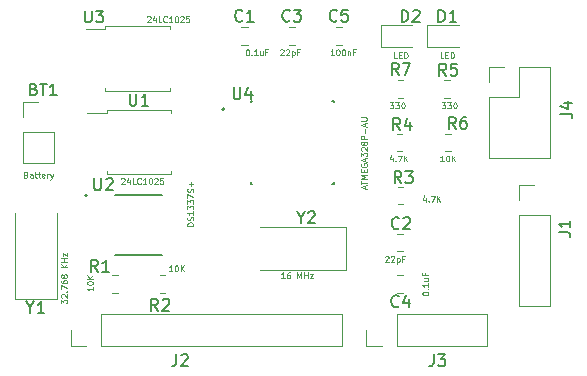
<source format=gbr>
%TF.GenerationSoftware,KiCad,Pcbnew,7.0.6-7.0.6~ubuntu22.10.1*%
%TF.CreationDate,2023-08-26T18:05:47+03:00*%
%TF.ProjectId,MCU Datalogger,4d435520-4461-4746-916c-6f676765722e,rev?*%
%TF.SameCoordinates,Original*%
%TF.FileFunction,Legend,Top*%
%TF.FilePolarity,Positive*%
%FSLAX46Y46*%
G04 Gerber Fmt 4.6, Leading zero omitted, Abs format (unit mm)*
G04 Created by KiCad (PCBNEW 7.0.6-7.0.6~ubuntu22.10.1) date 2023-08-26 18:05:47*
%MOMM*%
%LPD*%
G01*
G04 APERTURE LIST*
%ADD10C,0.150000*%
%ADD11C,0.125000*%
%ADD12C,0.120000*%
%ADD13C,0.127000*%
%ADD14C,0.200000*%
G04 APERTURE END LIST*
D10*
X109533333Y-74759580D02*
X109485714Y-74807200D01*
X109485714Y-74807200D02*
X109342857Y-74854819D01*
X109342857Y-74854819D02*
X109247619Y-74854819D01*
X109247619Y-74854819D02*
X109104762Y-74807200D01*
X109104762Y-74807200D02*
X109009524Y-74711961D01*
X109009524Y-74711961D02*
X108961905Y-74616723D01*
X108961905Y-74616723D02*
X108914286Y-74426247D01*
X108914286Y-74426247D02*
X108914286Y-74283390D01*
X108914286Y-74283390D02*
X108961905Y-74092914D01*
X108961905Y-74092914D02*
X109009524Y-73997676D01*
X109009524Y-73997676D02*
X109104762Y-73902438D01*
X109104762Y-73902438D02*
X109247619Y-73854819D01*
X109247619Y-73854819D02*
X109342857Y-73854819D01*
X109342857Y-73854819D02*
X109485714Y-73902438D01*
X109485714Y-73902438D02*
X109533333Y-73950057D01*
X109914286Y-73950057D02*
X109961905Y-73902438D01*
X109961905Y-73902438D02*
X110057143Y-73854819D01*
X110057143Y-73854819D02*
X110295238Y-73854819D01*
X110295238Y-73854819D02*
X110390476Y-73902438D01*
X110390476Y-73902438D02*
X110438095Y-73950057D01*
X110438095Y-73950057D02*
X110485714Y-74045295D01*
X110485714Y-74045295D02*
X110485714Y-74140533D01*
X110485714Y-74140533D02*
X110438095Y-74283390D01*
X110438095Y-74283390D02*
X109866667Y-74854819D01*
X109866667Y-74854819D02*
X110485714Y-74854819D01*
D11*
X108378572Y-77172428D02*
X108402381Y-77148619D01*
X108402381Y-77148619D02*
X108450000Y-77124809D01*
X108450000Y-77124809D02*
X108569048Y-77124809D01*
X108569048Y-77124809D02*
X108616667Y-77148619D01*
X108616667Y-77148619D02*
X108640476Y-77172428D01*
X108640476Y-77172428D02*
X108664286Y-77220047D01*
X108664286Y-77220047D02*
X108664286Y-77267666D01*
X108664286Y-77267666D02*
X108640476Y-77339095D01*
X108640476Y-77339095D02*
X108354762Y-77624809D01*
X108354762Y-77624809D02*
X108664286Y-77624809D01*
X108854762Y-77172428D02*
X108878571Y-77148619D01*
X108878571Y-77148619D02*
X108926190Y-77124809D01*
X108926190Y-77124809D02*
X109045238Y-77124809D01*
X109045238Y-77124809D02*
X109092857Y-77148619D01*
X109092857Y-77148619D02*
X109116666Y-77172428D01*
X109116666Y-77172428D02*
X109140476Y-77220047D01*
X109140476Y-77220047D02*
X109140476Y-77267666D01*
X109140476Y-77267666D02*
X109116666Y-77339095D01*
X109116666Y-77339095D02*
X108830952Y-77624809D01*
X108830952Y-77624809D02*
X109140476Y-77624809D01*
X109354761Y-77291476D02*
X109354761Y-77791476D01*
X109354761Y-77315285D02*
X109402380Y-77291476D01*
X109402380Y-77291476D02*
X109497618Y-77291476D01*
X109497618Y-77291476D02*
X109545237Y-77315285D01*
X109545237Y-77315285D02*
X109569047Y-77339095D01*
X109569047Y-77339095D02*
X109592856Y-77386714D01*
X109592856Y-77386714D02*
X109592856Y-77529571D01*
X109592856Y-77529571D02*
X109569047Y-77577190D01*
X109569047Y-77577190D02*
X109545237Y-77601000D01*
X109545237Y-77601000D02*
X109497618Y-77624809D01*
X109497618Y-77624809D02*
X109402380Y-77624809D01*
X109402380Y-77624809D02*
X109354761Y-77601000D01*
X109973809Y-77362904D02*
X109807142Y-77362904D01*
X109807142Y-77624809D02*
X109807142Y-77124809D01*
X109807142Y-77124809D02*
X110045237Y-77124809D01*
D10*
X123204819Y-65083333D02*
X123919104Y-65083333D01*
X123919104Y-65083333D02*
X124061961Y-65130952D01*
X124061961Y-65130952D02*
X124157200Y-65226190D01*
X124157200Y-65226190D02*
X124204819Y-65369047D01*
X124204819Y-65369047D02*
X124204819Y-65464285D01*
X123538152Y-64178571D02*
X124204819Y-64178571D01*
X123157200Y-64416666D02*
X123871485Y-64654761D01*
X123871485Y-64654761D02*
X123871485Y-64035714D01*
X109733333Y-70954819D02*
X109400000Y-70478628D01*
X109161905Y-70954819D02*
X109161905Y-69954819D01*
X109161905Y-69954819D02*
X109542857Y-69954819D01*
X109542857Y-69954819D02*
X109638095Y-70002438D01*
X109638095Y-70002438D02*
X109685714Y-70050057D01*
X109685714Y-70050057D02*
X109733333Y-70145295D01*
X109733333Y-70145295D02*
X109733333Y-70288152D01*
X109733333Y-70288152D02*
X109685714Y-70383390D01*
X109685714Y-70383390D02*
X109638095Y-70431009D01*
X109638095Y-70431009D02*
X109542857Y-70478628D01*
X109542857Y-70478628D02*
X109161905Y-70478628D01*
X110066667Y-69954819D02*
X110685714Y-69954819D01*
X110685714Y-69954819D02*
X110352381Y-70335771D01*
X110352381Y-70335771D02*
X110495238Y-70335771D01*
X110495238Y-70335771D02*
X110590476Y-70383390D01*
X110590476Y-70383390D02*
X110638095Y-70431009D01*
X110638095Y-70431009D02*
X110685714Y-70526247D01*
X110685714Y-70526247D02*
X110685714Y-70764342D01*
X110685714Y-70764342D02*
X110638095Y-70859580D01*
X110638095Y-70859580D02*
X110590476Y-70907200D01*
X110590476Y-70907200D02*
X110495238Y-70954819D01*
X110495238Y-70954819D02*
X110209524Y-70954819D01*
X110209524Y-70954819D02*
X110114286Y-70907200D01*
X110114286Y-70907200D02*
X110066667Y-70859580D01*
D11*
X111788096Y-72191476D02*
X111788096Y-72524809D01*
X111669048Y-72001000D02*
X111550001Y-72358142D01*
X111550001Y-72358142D02*
X111859524Y-72358142D01*
X112050000Y-72477190D02*
X112073810Y-72501000D01*
X112073810Y-72501000D02*
X112050000Y-72524809D01*
X112050000Y-72524809D02*
X112026191Y-72501000D01*
X112026191Y-72501000D02*
X112050000Y-72477190D01*
X112050000Y-72477190D02*
X112050000Y-72524809D01*
X112240476Y-72024809D02*
X112573809Y-72024809D01*
X112573809Y-72024809D02*
X112359524Y-72524809D01*
X112764285Y-72524809D02*
X112764285Y-72024809D01*
X113049999Y-72524809D02*
X112835714Y-72239095D01*
X113049999Y-72024809D02*
X112764285Y-72310523D01*
D10*
X78323809Y-81478628D02*
X78323809Y-81954819D01*
X77990476Y-80954819D02*
X78323809Y-81478628D01*
X78323809Y-81478628D02*
X78657142Y-80954819D01*
X79514285Y-81954819D02*
X78942857Y-81954819D01*
X79228571Y-81954819D02*
X79228571Y-80954819D01*
X79228571Y-80954819D02*
X79133333Y-81097676D01*
X79133333Y-81097676D02*
X79038095Y-81192914D01*
X79038095Y-81192914D02*
X78942857Y-81240533D01*
D11*
X80924809Y-81142855D02*
X80924809Y-80833331D01*
X80924809Y-80833331D02*
X81115285Y-80999998D01*
X81115285Y-80999998D02*
X81115285Y-80928569D01*
X81115285Y-80928569D02*
X81139095Y-80880950D01*
X81139095Y-80880950D02*
X81162904Y-80857141D01*
X81162904Y-80857141D02*
X81210523Y-80833331D01*
X81210523Y-80833331D02*
X81329571Y-80833331D01*
X81329571Y-80833331D02*
X81377190Y-80857141D01*
X81377190Y-80857141D02*
X81401000Y-80880950D01*
X81401000Y-80880950D02*
X81424809Y-80928569D01*
X81424809Y-80928569D02*
X81424809Y-81071426D01*
X81424809Y-81071426D02*
X81401000Y-81119045D01*
X81401000Y-81119045D02*
X81377190Y-81142855D01*
X80972428Y-80642855D02*
X80948619Y-80619046D01*
X80948619Y-80619046D02*
X80924809Y-80571427D01*
X80924809Y-80571427D02*
X80924809Y-80452379D01*
X80924809Y-80452379D02*
X80948619Y-80404760D01*
X80948619Y-80404760D02*
X80972428Y-80380951D01*
X80972428Y-80380951D02*
X81020047Y-80357141D01*
X81020047Y-80357141D02*
X81067666Y-80357141D01*
X81067666Y-80357141D02*
X81139095Y-80380951D01*
X81139095Y-80380951D02*
X81424809Y-80666665D01*
X81424809Y-80666665D02*
X81424809Y-80357141D01*
X81377190Y-80142856D02*
X81401000Y-80119046D01*
X81401000Y-80119046D02*
X81424809Y-80142856D01*
X81424809Y-80142856D02*
X81401000Y-80166665D01*
X81401000Y-80166665D02*
X81377190Y-80142856D01*
X81377190Y-80142856D02*
X81424809Y-80142856D01*
X80924809Y-79952380D02*
X80924809Y-79619047D01*
X80924809Y-79619047D02*
X81424809Y-79833332D01*
X80924809Y-79214285D02*
X80924809Y-79309523D01*
X80924809Y-79309523D02*
X80948619Y-79357142D01*
X80948619Y-79357142D02*
X80972428Y-79380952D01*
X80972428Y-79380952D02*
X81043857Y-79428571D01*
X81043857Y-79428571D02*
X81139095Y-79452380D01*
X81139095Y-79452380D02*
X81329571Y-79452380D01*
X81329571Y-79452380D02*
X81377190Y-79428571D01*
X81377190Y-79428571D02*
X81401000Y-79404761D01*
X81401000Y-79404761D02*
X81424809Y-79357142D01*
X81424809Y-79357142D02*
X81424809Y-79261904D01*
X81424809Y-79261904D02*
X81401000Y-79214285D01*
X81401000Y-79214285D02*
X81377190Y-79190476D01*
X81377190Y-79190476D02*
X81329571Y-79166666D01*
X81329571Y-79166666D02*
X81210523Y-79166666D01*
X81210523Y-79166666D02*
X81162904Y-79190476D01*
X81162904Y-79190476D02*
X81139095Y-79214285D01*
X81139095Y-79214285D02*
X81115285Y-79261904D01*
X81115285Y-79261904D02*
X81115285Y-79357142D01*
X81115285Y-79357142D02*
X81139095Y-79404761D01*
X81139095Y-79404761D02*
X81162904Y-79428571D01*
X81162904Y-79428571D02*
X81210523Y-79452380D01*
X81139095Y-78880952D02*
X81115285Y-78928571D01*
X81115285Y-78928571D02*
X81091476Y-78952381D01*
X81091476Y-78952381D02*
X81043857Y-78976190D01*
X81043857Y-78976190D02*
X81020047Y-78976190D01*
X81020047Y-78976190D02*
X80972428Y-78952381D01*
X80972428Y-78952381D02*
X80948619Y-78928571D01*
X80948619Y-78928571D02*
X80924809Y-78880952D01*
X80924809Y-78880952D02*
X80924809Y-78785714D01*
X80924809Y-78785714D02*
X80948619Y-78738095D01*
X80948619Y-78738095D02*
X80972428Y-78714286D01*
X80972428Y-78714286D02*
X81020047Y-78690476D01*
X81020047Y-78690476D02*
X81043857Y-78690476D01*
X81043857Y-78690476D02*
X81091476Y-78714286D01*
X81091476Y-78714286D02*
X81115285Y-78738095D01*
X81115285Y-78738095D02*
X81139095Y-78785714D01*
X81139095Y-78785714D02*
X81139095Y-78880952D01*
X81139095Y-78880952D02*
X81162904Y-78928571D01*
X81162904Y-78928571D02*
X81186714Y-78952381D01*
X81186714Y-78952381D02*
X81234333Y-78976190D01*
X81234333Y-78976190D02*
X81329571Y-78976190D01*
X81329571Y-78976190D02*
X81377190Y-78952381D01*
X81377190Y-78952381D02*
X81401000Y-78928571D01*
X81401000Y-78928571D02*
X81424809Y-78880952D01*
X81424809Y-78880952D02*
X81424809Y-78785714D01*
X81424809Y-78785714D02*
X81401000Y-78738095D01*
X81401000Y-78738095D02*
X81377190Y-78714286D01*
X81377190Y-78714286D02*
X81329571Y-78690476D01*
X81329571Y-78690476D02*
X81234333Y-78690476D01*
X81234333Y-78690476D02*
X81186714Y-78714286D01*
X81186714Y-78714286D02*
X81162904Y-78738095D01*
X81162904Y-78738095D02*
X81139095Y-78785714D01*
X81424809Y-78095239D02*
X80924809Y-78095239D01*
X81424809Y-77809525D02*
X81139095Y-78023810D01*
X80924809Y-77809525D02*
X81210523Y-78095239D01*
X81424809Y-77595239D02*
X80924809Y-77595239D01*
X81162904Y-77595239D02*
X81162904Y-77309525D01*
X81424809Y-77309525D02*
X80924809Y-77309525D01*
X81091476Y-77119048D02*
X81091476Y-76857143D01*
X81091476Y-76857143D02*
X81424809Y-77119048D01*
X81424809Y-77119048D02*
X81424809Y-76857143D01*
D10*
X89133333Y-81754819D02*
X88800000Y-81278628D01*
X88561905Y-81754819D02*
X88561905Y-80754819D01*
X88561905Y-80754819D02*
X88942857Y-80754819D01*
X88942857Y-80754819D02*
X89038095Y-80802438D01*
X89038095Y-80802438D02*
X89085714Y-80850057D01*
X89085714Y-80850057D02*
X89133333Y-80945295D01*
X89133333Y-80945295D02*
X89133333Y-81088152D01*
X89133333Y-81088152D02*
X89085714Y-81183390D01*
X89085714Y-81183390D02*
X89038095Y-81231009D01*
X89038095Y-81231009D02*
X88942857Y-81278628D01*
X88942857Y-81278628D02*
X88561905Y-81278628D01*
X89514286Y-80850057D02*
X89561905Y-80802438D01*
X89561905Y-80802438D02*
X89657143Y-80754819D01*
X89657143Y-80754819D02*
X89895238Y-80754819D01*
X89895238Y-80754819D02*
X89990476Y-80802438D01*
X89990476Y-80802438D02*
X90038095Y-80850057D01*
X90038095Y-80850057D02*
X90085714Y-80945295D01*
X90085714Y-80945295D02*
X90085714Y-81040533D01*
X90085714Y-81040533D02*
X90038095Y-81183390D01*
X90038095Y-81183390D02*
X89466667Y-81754819D01*
X89466667Y-81754819D02*
X90085714Y-81754819D01*
D11*
X90354762Y-78424809D02*
X90069048Y-78424809D01*
X90211905Y-78424809D02*
X90211905Y-77924809D01*
X90211905Y-77924809D02*
X90164286Y-77996238D01*
X90164286Y-77996238D02*
X90116667Y-78043857D01*
X90116667Y-78043857D02*
X90069048Y-78067666D01*
X90664285Y-77924809D02*
X90711904Y-77924809D01*
X90711904Y-77924809D02*
X90759523Y-77948619D01*
X90759523Y-77948619D02*
X90783333Y-77972428D01*
X90783333Y-77972428D02*
X90807142Y-78020047D01*
X90807142Y-78020047D02*
X90830952Y-78115285D01*
X90830952Y-78115285D02*
X90830952Y-78234333D01*
X90830952Y-78234333D02*
X90807142Y-78329571D01*
X90807142Y-78329571D02*
X90783333Y-78377190D01*
X90783333Y-78377190D02*
X90759523Y-78401000D01*
X90759523Y-78401000D02*
X90711904Y-78424809D01*
X90711904Y-78424809D02*
X90664285Y-78424809D01*
X90664285Y-78424809D02*
X90616666Y-78401000D01*
X90616666Y-78401000D02*
X90592857Y-78377190D01*
X90592857Y-78377190D02*
X90569047Y-78329571D01*
X90569047Y-78329571D02*
X90545238Y-78234333D01*
X90545238Y-78234333D02*
X90545238Y-78115285D01*
X90545238Y-78115285D02*
X90569047Y-78020047D01*
X90569047Y-78020047D02*
X90592857Y-77972428D01*
X90592857Y-77972428D02*
X90616666Y-77948619D01*
X90616666Y-77948619D02*
X90664285Y-77924809D01*
X91045237Y-78424809D02*
X91045237Y-77924809D01*
X91330951Y-78424809D02*
X91116666Y-78139095D01*
X91330951Y-77924809D02*
X91045237Y-78210523D01*
D10*
X123054819Y-75133333D02*
X123769104Y-75133333D01*
X123769104Y-75133333D02*
X123911961Y-75180952D01*
X123911961Y-75180952D02*
X124007200Y-75276190D01*
X124007200Y-75276190D02*
X124054819Y-75419047D01*
X124054819Y-75419047D02*
X124054819Y-75514285D01*
X124054819Y-74133333D02*
X124054819Y-74704761D01*
X124054819Y-74419047D02*
X123054819Y-74419047D01*
X123054819Y-74419047D02*
X123197676Y-74514285D01*
X123197676Y-74514285D02*
X123292914Y-74609523D01*
X123292914Y-74609523D02*
X123340533Y-74704761D01*
X112466666Y-85454819D02*
X112466666Y-86169104D01*
X112466666Y-86169104D02*
X112419047Y-86311961D01*
X112419047Y-86311961D02*
X112323809Y-86407200D01*
X112323809Y-86407200D02*
X112180952Y-86454819D01*
X112180952Y-86454819D02*
X112085714Y-86454819D01*
X112847619Y-85454819D02*
X113466666Y-85454819D01*
X113466666Y-85454819D02*
X113133333Y-85835771D01*
X113133333Y-85835771D02*
X113276190Y-85835771D01*
X113276190Y-85835771D02*
X113371428Y-85883390D01*
X113371428Y-85883390D02*
X113419047Y-85931009D01*
X113419047Y-85931009D02*
X113466666Y-86026247D01*
X113466666Y-86026247D02*
X113466666Y-86264342D01*
X113466666Y-86264342D02*
X113419047Y-86359580D01*
X113419047Y-86359580D02*
X113371428Y-86407200D01*
X113371428Y-86407200D02*
X113276190Y-86454819D01*
X113276190Y-86454819D02*
X112990476Y-86454819D01*
X112990476Y-86454819D02*
X112895238Y-86407200D01*
X112895238Y-86407200D02*
X112847619Y-86359580D01*
X82938095Y-56354819D02*
X82938095Y-57164342D01*
X82938095Y-57164342D02*
X82985714Y-57259580D01*
X82985714Y-57259580D02*
X83033333Y-57307200D01*
X83033333Y-57307200D02*
X83128571Y-57354819D01*
X83128571Y-57354819D02*
X83319047Y-57354819D01*
X83319047Y-57354819D02*
X83414285Y-57307200D01*
X83414285Y-57307200D02*
X83461904Y-57259580D01*
X83461904Y-57259580D02*
X83509523Y-57164342D01*
X83509523Y-57164342D02*
X83509523Y-56354819D01*
X83890476Y-56354819D02*
X84509523Y-56354819D01*
X84509523Y-56354819D02*
X84176190Y-56735771D01*
X84176190Y-56735771D02*
X84319047Y-56735771D01*
X84319047Y-56735771D02*
X84414285Y-56783390D01*
X84414285Y-56783390D02*
X84461904Y-56831009D01*
X84461904Y-56831009D02*
X84509523Y-56926247D01*
X84509523Y-56926247D02*
X84509523Y-57164342D01*
X84509523Y-57164342D02*
X84461904Y-57259580D01*
X84461904Y-57259580D02*
X84414285Y-57307200D01*
X84414285Y-57307200D02*
X84319047Y-57354819D01*
X84319047Y-57354819D02*
X84033333Y-57354819D01*
X84033333Y-57354819D02*
X83938095Y-57307200D01*
X83938095Y-57307200D02*
X83890476Y-57259580D01*
D11*
X88214287Y-56872428D02*
X88238096Y-56848619D01*
X88238096Y-56848619D02*
X88285715Y-56824809D01*
X88285715Y-56824809D02*
X88404763Y-56824809D01*
X88404763Y-56824809D02*
X88452382Y-56848619D01*
X88452382Y-56848619D02*
X88476191Y-56872428D01*
X88476191Y-56872428D02*
X88500001Y-56920047D01*
X88500001Y-56920047D02*
X88500001Y-56967666D01*
X88500001Y-56967666D02*
X88476191Y-57039095D01*
X88476191Y-57039095D02*
X88190477Y-57324809D01*
X88190477Y-57324809D02*
X88500001Y-57324809D01*
X88928572Y-56991476D02*
X88928572Y-57324809D01*
X88809524Y-56801000D02*
X88690477Y-57158142D01*
X88690477Y-57158142D02*
X89000000Y-57158142D01*
X89428571Y-57324809D02*
X89190476Y-57324809D01*
X89190476Y-57324809D02*
X89190476Y-56824809D01*
X89880952Y-57277190D02*
X89857143Y-57301000D01*
X89857143Y-57301000D02*
X89785714Y-57324809D01*
X89785714Y-57324809D02*
X89738095Y-57324809D01*
X89738095Y-57324809D02*
X89666667Y-57301000D01*
X89666667Y-57301000D02*
X89619048Y-57253380D01*
X89619048Y-57253380D02*
X89595238Y-57205761D01*
X89595238Y-57205761D02*
X89571429Y-57110523D01*
X89571429Y-57110523D02*
X89571429Y-57039095D01*
X89571429Y-57039095D02*
X89595238Y-56943857D01*
X89595238Y-56943857D02*
X89619048Y-56896238D01*
X89619048Y-56896238D02*
X89666667Y-56848619D01*
X89666667Y-56848619D02*
X89738095Y-56824809D01*
X89738095Y-56824809D02*
X89785714Y-56824809D01*
X89785714Y-56824809D02*
X89857143Y-56848619D01*
X89857143Y-56848619D02*
X89880952Y-56872428D01*
X90357143Y-57324809D02*
X90071429Y-57324809D01*
X90214286Y-57324809D02*
X90214286Y-56824809D01*
X90214286Y-56824809D02*
X90166667Y-56896238D01*
X90166667Y-56896238D02*
X90119048Y-56943857D01*
X90119048Y-56943857D02*
X90071429Y-56967666D01*
X90666666Y-56824809D02*
X90714285Y-56824809D01*
X90714285Y-56824809D02*
X90761904Y-56848619D01*
X90761904Y-56848619D02*
X90785714Y-56872428D01*
X90785714Y-56872428D02*
X90809523Y-56920047D01*
X90809523Y-56920047D02*
X90833333Y-57015285D01*
X90833333Y-57015285D02*
X90833333Y-57134333D01*
X90833333Y-57134333D02*
X90809523Y-57229571D01*
X90809523Y-57229571D02*
X90785714Y-57277190D01*
X90785714Y-57277190D02*
X90761904Y-57301000D01*
X90761904Y-57301000D02*
X90714285Y-57324809D01*
X90714285Y-57324809D02*
X90666666Y-57324809D01*
X90666666Y-57324809D02*
X90619047Y-57301000D01*
X90619047Y-57301000D02*
X90595238Y-57277190D01*
X90595238Y-57277190D02*
X90571428Y-57229571D01*
X90571428Y-57229571D02*
X90547619Y-57134333D01*
X90547619Y-57134333D02*
X90547619Y-57015285D01*
X90547619Y-57015285D02*
X90571428Y-56920047D01*
X90571428Y-56920047D02*
X90595238Y-56872428D01*
X90595238Y-56872428D02*
X90619047Y-56848619D01*
X90619047Y-56848619D02*
X90666666Y-56824809D01*
X91023809Y-56872428D02*
X91047618Y-56848619D01*
X91047618Y-56848619D02*
X91095237Y-56824809D01*
X91095237Y-56824809D02*
X91214285Y-56824809D01*
X91214285Y-56824809D02*
X91261904Y-56848619D01*
X91261904Y-56848619D02*
X91285713Y-56872428D01*
X91285713Y-56872428D02*
X91309523Y-56920047D01*
X91309523Y-56920047D02*
X91309523Y-56967666D01*
X91309523Y-56967666D02*
X91285713Y-57039095D01*
X91285713Y-57039095D02*
X90999999Y-57324809D01*
X90999999Y-57324809D02*
X91309523Y-57324809D01*
X91761903Y-56824809D02*
X91523808Y-56824809D01*
X91523808Y-56824809D02*
X91499999Y-57062904D01*
X91499999Y-57062904D02*
X91523808Y-57039095D01*
X91523808Y-57039095D02*
X91571427Y-57015285D01*
X91571427Y-57015285D02*
X91690475Y-57015285D01*
X91690475Y-57015285D02*
X91738094Y-57039095D01*
X91738094Y-57039095D02*
X91761903Y-57062904D01*
X91761903Y-57062904D02*
X91785713Y-57110523D01*
X91785713Y-57110523D02*
X91785713Y-57229571D01*
X91785713Y-57229571D02*
X91761903Y-57277190D01*
X91761903Y-57277190D02*
X91738094Y-57301000D01*
X91738094Y-57301000D02*
X91690475Y-57324809D01*
X91690475Y-57324809D02*
X91571427Y-57324809D01*
X91571427Y-57324809D02*
X91523808Y-57301000D01*
X91523808Y-57301000D02*
X91499999Y-57277190D01*
D10*
X104283333Y-57179580D02*
X104235714Y-57227200D01*
X104235714Y-57227200D02*
X104092857Y-57274819D01*
X104092857Y-57274819D02*
X103997619Y-57274819D01*
X103997619Y-57274819D02*
X103854762Y-57227200D01*
X103854762Y-57227200D02*
X103759524Y-57131961D01*
X103759524Y-57131961D02*
X103711905Y-57036723D01*
X103711905Y-57036723D02*
X103664286Y-56846247D01*
X103664286Y-56846247D02*
X103664286Y-56703390D01*
X103664286Y-56703390D02*
X103711905Y-56512914D01*
X103711905Y-56512914D02*
X103759524Y-56417676D01*
X103759524Y-56417676D02*
X103854762Y-56322438D01*
X103854762Y-56322438D02*
X103997619Y-56274819D01*
X103997619Y-56274819D02*
X104092857Y-56274819D01*
X104092857Y-56274819D02*
X104235714Y-56322438D01*
X104235714Y-56322438D02*
X104283333Y-56370057D01*
X105188095Y-56274819D02*
X104711905Y-56274819D01*
X104711905Y-56274819D02*
X104664286Y-56751009D01*
X104664286Y-56751009D02*
X104711905Y-56703390D01*
X104711905Y-56703390D02*
X104807143Y-56655771D01*
X104807143Y-56655771D02*
X105045238Y-56655771D01*
X105045238Y-56655771D02*
X105140476Y-56703390D01*
X105140476Y-56703390D02*
X105188095Y-56751009D01*
X105188095Y-56751009D02*
X105235714Y-56846247D01*
X105235714Y-56846247D02*
X105235714Y-57084342D01*
X105235714Y-57084342D02*
X105188095Y-57179580D01*
X105188095Y-57179580D02*
X105140476Y-57227200D01*
X105140476Y-57227200D02*
X105045238Y-57274819D01*
X105045238Y-57274819D02*
X104807143Y-57274819D01*
X104807143Y-57274819D02*
X104711905Y-57227200D01*
X104711905Y-57227200D02*
X104664286Y-57179580D01*
D11*
X104026191Y-60124809D02*
X103740477Y-60124809D01*
X103883334Y-60124809D02*
X103883334Y-59624809D01*
X103883334Y-59624809D02*
X103835715Y-59696238D01*
X103835715Y-59696238D02*
X103788096Y-59743857D01*
X103788096Y-59743857D02*
X103740477Y-59767666D01*
X104335714Y-59624809D02*
X104383333Y-59624809D01*
X104383333Y-59624809D02*
X104430952Y-59648619D01*
X104430952Y-59648619D02*
X104454762Y-59672428D01*
X104454762Y-59672428D02*
X104478571Y-59720047D01*
X104478571Y-59720047D02*
X104502381Y-59815285D01*
X104502381Y-59815285D02*
X104502381Y-59934333D01*
X104502381Y-59934333D02*
X104478571Y-60029571D01*
X104478571Y-60029571D02*
X104454762Y-60077190D01*
X104454762Y-60077190D02*
X104430952Y-60101000D01*
X104430952Y-60101000D02*
X104383333Y-60124809D01*
X104383333Y-60124809D02*
X104335714Y-60124809D01*
X104335714Y-60124809D02*
X104288095Y-60101000D01*
X104288095Y-60101000D02*
X104264286Y-60077190D01*
X104264286Y-60077190D02*
X104240476Y-60029571D01*
X104240476Y-60029571D02*
X104216667Y-59934333D01*
X104216667Y-59934333D02*
X104216667Y-59815285D01*
X104216667Y-59815285D02*
X104240476Y-59720047D01*
X104240476Y-59720047D02*
X104264286Y-59672428D01*
X104264286Y-59672428D02*
X104288095Y-59648619D01*
X104288095Y-59648619D02*
X104335714Y-59624809D01*
X104811904Y-59624809D02*
X104859523Y-59624809D01*
X104859523Y-59624809D02*
X104907142Y-59648619D01*
X104907142Y-59648619D02*
X104930952Y-59672428D01*
X104930952Y-59672428D02*
X104954761Y-59720047D01*
X104954761Y-59720047D02*
X104978571Y-59815285D01*
X104978571Y-59815285D02*
X104978571Y-59934333D01*
X104978571Y-59934333D02*
X104954761Y-60029571D01*
X104954761Y-60029571D02*
X104930952Y-60077190D01*
X104930952Y-60077190D02*
X104907142Y-60101000D01*
X104907142Y-60101000D02*
X104859523Y-60124809D01*
X104859523Y-60124809D02*
X104811904Y-60124809D01*
X104811904Y-60124809D02*
X104764285Y-60101000D01*
X104764285Y-60101000D02*
X104740476Y-60077190D01*
X104740476Y-60077190D02*
X104716666Y-60029571D01*
X104716666Y-60029571D02*
X104692857Y-59934333D01*
X104692857Y-59934333D02*
X104692857Y-59815285D01*
X104692857Y-59815285D02*
X104716666Y-59720047D01*
X104716666Y-59720047D02*
X104740476Y-59672428D01*
X104740476Y-59672428D02*
X104764285Y-59648619D01*
X104764285Y-59648619D02*
X104811904Y-59624809D01*
X105192856Y-59791476D02*
X105192856Y-60124809D01*
X105192856Y-59839095D02*
X105216666Y-59815285D01*
X105216666Y-59815285D02*
X105264285Y-59791476D01*
X105264285Y-59791476D02*
X105335713Y-59791476D01*
X105335713Y-59791476D02*
X105383332Y-59815285D01*
X105383332Y-59815285D02*
X105407142Y-59862904D01*
X105407142Y-59862904D02*
X105407142Y-60124809D01*
X105811904Y-59862904D02*
X105645237Y-59862904D01*
X105645237Y-60124809D02*
X105645237Y-59624809D01*
X105645237Y-59624809D02*
X105883332Y-59624809D01*
D10*
X90666666Y-85454819D02*
X90666666Y-86169104D01*
X90666666Y-86169104D02*
X90619047Y-86311961D01*
X90619047Y-86311961D02*
X90523809Y-86407200D01*
X90523809Y-86407200D02*
X90380952Y-86454819D01*
X90380952Y-86454819D02*
X90285714Y-86454819D01*
X91095238Y-85550057D02*
X91142857Y-85502438D01*
X91142857Y-85502438D02*
X91238095Y-85454819D01*
X91238095Y-85454819D02*
X91476190Y-85454819D01*
X91476190Y-85454819D02*
X91571428Y-85502438D01*
X91571428Y-85502438D02*
X91619047Y-85550057D01*
X91619047Y-85550057D02*
X91666666Y-85645295D01*
X91666666Y-85645295D02*
X91666666Y-85740533D01*
X91666666Y-85740533D02*
X91619047Y-85883390D01*
X91619047Y-85883390D02*
X91047619Y-86454819D01*
X91047619Y-86454819D02*
X91666666Y-86454819D01*
X113533333Y-61854819D02*
X113200000Y-61378628D01*
X112961905Y-61854819D02*
X112961905Y-60854819D01*
X112961905Y-60854819D02*
X113342857Y-60854819D01*
X113342857Y-60854819D02*
X113438095Y-60902438D01*
X113438095Y-60902438D02*
X113485714Y-60950057D01*
X113485714Y-60950057D02*
X113533333Y-61045295D01*
X113533333Y-61045295D02*
X113533333Y-61188152D01*
X113533333Y-61188152D02*
X113485714Y-61283390D01*
X113485714Y-61283390D02*
X113438095Y-61331009D01*
X113438095Y-61331009D02*
X113342857Y-61378628D01*
X113342857Y-61378628D02*
X112961905Y-61378628D01*
X114438095Y-60854819D02*
X113961905Y-60854819D01*
X113961905Y-60854819D02*
X113914286Y-61331009D01*
X113914286Y-61331009D02*
X113961905Y-61283390D01*
X113961905Y-61283390D02*
X114057143Y-61235771D01*
X114057143Y-61235771D02*
X114295238Y-61235771D01*
X114295238Y-61235771D02*
X114390476Y-61283390D01*
X114390476Y-61283390D02*
X114438095Y-61331009D01*
X114438095Y-61331009D02*
X114485714Y-61426247D01*
X114485714Y-61426247D02*
X114485714Y-61664342D01*
X114485714Y-61664342D02*
X114438095Y-61759580D01*
X114438095Y-61759580D02*
X114390476Y-61807200D01*
X114390476Y-61807200D02*
X114295238Y-61854819D01*
X114295238Y-61854819D02*
X114057143Y-61854819D01*
X114057143Y-61854819D02*
X113961905Y-61807200D01*
X113961905Y-61807200D02*
X113914286Y-61759580D01*
D11*
X113157143Y-64124809D02*
X113466667Y-64124809D01*
X113466667Y-64124809D02*
X113300000Y-64315285D01*
X113300000Y-64315285D02*
X113371429Y-64315285D01*
X113371429Y-64315285D02*
X113419048Y-64339095D01*
X113419048Y-64339095D02*
X113442857Y-64362904D01*
X113442857Y-64362904D02*
X113466667Y-64410523D01*
X113466667Y-64410523D02*
X113466667Y-64529571D01*
X113466667Y-64529571D02*
X113442857Y-64577190D01*
X113442857Y-64577190D02*
X113419048Y-64601000D01*
X113419048Y-64601000D02*
X113371429Y-64624809D01*
X113371429Y-64624809D02*
X113228572Y-64624809D01*
X113228572Y-64624809D02*
X113180953Y-64601000D01*
X113180953Y-64601000D02*
X113157143Y-64577190D01*
X113633333Y-64124809D02*
X113942857Y-64124809D01*
X113942857Y-64124809D02*
X113776190Y-64315285D01*
X113776190Y-64315285D02*
X113847619Y-64315285D01*
X113847619Y-64315285D02*
X113895238Y-64339095D01*
X113895238Y-64339095D02*
X113919047Y-64362904D01*
X113919047Y-64362904D02*
X113942857Y-64410523D01*
X113942857Y-64410523D02*
X113942857Y-64529571D01*
X113942857Y-64529571D02*
X113919047Y-64577190D01*
X113919047Y-64577190D02*
X113895238Y-64601000D01*
X113895238Y-64601000D02*
X113847619Y-64624809D01*
X113847619Y-64624809D02*
X113704762Y-64624809D01*
X113704762Y-64624809D02*
X113657143Y-64601000D01*
X113657143Y-64601000D02*
X113633333Y-64577190D01*
X114252380Y-64124809D02*
X114299999Y-64124809D01*
X114299999Y-64124809D02*
X114347618Y-64148619D01*
X114347618Y-64148619D02*
X114371428Y-64172428D01*
X114371428Y-64172428D02*
X114395237Y-64220047D01*
X114395237Y-64220047D02*
X114419047Y-64315285D01*
X114419047Y-64315285D02*
X114419047Y-64434333D01*
X114419047Y-64434333D02*
X114395237Y-64529571D01*
X114395237Y-64529571D02*
X114371428Y-64577190D01*
X114371428Y-64577190D02*
X114347618Y-64601000D01*
X114347618Y-64601000D02*
X114299999Y-64624809D01*
X114299999Y-64624809D02*
X114252380Y-64624809D01*
X114252380Y-64624809D02*
X114204761Y-64601000D01*
X114204761Y-64601000D02*
X114180952Y-64577190D01*
X114180952Y-64577190D02*
X114157142Y-64529571D01*
X114157142Y-64529571D02*
X114133333Y-64434333D01*
X114133333Y-64434333D02*
X114133333Y-64315285D01*
X114133333Y-64315285D02*
X114157142Y-64220047D01*
X114157142Y-64220047D02*
X114180952Y-64172428D01*
X114180952Y-64172428D02*
X114204761Y-64148619D01*
X114204761Y-64148619D02*
X114252380Y-64124809D01*
D10*
X96283333Y-57179580D02*
X96235714Y-57227200D01*
X96235714Y-57227200D02*
X96092857Y-57274819D01*
X96092857Y-57274819D02*
X95997619Y-57274819D01*
X95997619Y-57274819D02*
X95854762Y-57227200D01*
X95854762Y-57227200D02*
X95759524Y-57131961D01*
X95759524Y-57131961D02*
X95711905Y-57036723D01*
X95711905Y-57036723D02*
X95664286Y-56846247D01*
X95664286Y-56846247D02*
X95664286Y-56703390D01*
X95664286Y-56703390D02*
X95711905Y-56512914D01*
X95711905Y-56512914D02*
X95759524Y-56417676D01*
X95759524Y-56417676D02*
X95854762Y-56322438D01*
X95854762Y-56322438D02*
X95997619Y-56274819D01*
X95997619Y-56274819D02*
X96092857Y-56274819D01*
X96092857Y-56274819D02*
X96235714Y-56322438D01*
X96235714Y-56322438D02*
X96283333Y-56370057D01*
X97235714Y-57274819D02*
X96664286Y-57274819D01*
X96950000Y-57274819D02*
X96950000Y-56274819D01*
X96950000Y-56274819D02*
X96854762Y-56417676D01*
X96854762Y-56417676D02*
X96759524Y-56512914D01*
X96759524Y-56512914D02*
X96664286Y-56560533D01*
D11*
X96678572Y-59624809D02*
X96726191Y-59624809D01*
X96726191Y-59624809D02*
X96773810Y-59648619D01*
X96773810Y-59648619D02*
X96797620Y-59672428D01*
X96797620Y-59672428D02*
X96821429Y-59720047D01*
X96821429Y-59720047D02*
X96845239Y-59815285D01*
X96845239Y-59815285D02*
X96845239Y-59934333D01*
X96845239Y-59934333D02*
X96821429Y-60029571D01*
X96821429Y-60029571D02*
X96797620Y-60077190D01*
X96797620Y-60077190D02*
X96773810Y-60101000D01*
X96773810Y-60101000D02*
X96726191Y-60124809D01*
X96726191Y-60124809D02*
X96678572Y-60124809D01*
X96678572Y-60124809D02*
X96630953Y-60101000D01*
X96630953Y-60101000D02*
X96607144Y-60077190D01*
X96607144Y-60077190D02*
X96583334Y-60029571D01*
X96583334Y-60029571D02*
X96559525Y-59934333D01*
X96559525Y-59934333D02*
X96559525Y-59815285D01*
X96559525Y-59815285D02*
X96583334Y-59720047D01*
X96583334Y-59720047D02*
X96607144Y-59672428D01*
X96607144Y-59672428D02*
X96630953Y-59648619D01*
X96630953Y-59648619D02*
X96678572Y-59624809D01*
X97059524Y-60077190D02*
X97083334Y-60101000D01*
X97083334Y-60101000D02*
X97059524Y-60124809D01*
X97059524Y-60124809D02*
X97035715Y-60101000D01*
X97035715Y-60101000D02*
X97059524Y-60077190D01*
X97059524Y-60077190D02*
X97059524Y-60124809D01*
X97559524Y-60124809D02*
X97273810Y-60124809D01*
X97416667Y-60124809D02*
X97416667Y-59624809D01*
X97416667Y-59624809D02*
X97369048Y-59696238D01*
X97369048Y-59696238D02*
X97321429Y-59743857D01*
X97321429Y-59743857D02*
X97273810Y-59767666D01*
X97988095Y-59791476D02*
X97988095Y-60124809D01*
X97773809Y-59791476D02*
X97773809Y-60053380D01*
X97773809Y-60053380D02*
X97797619Y-60101000D01*
X97797619Y-60101000D02*
X97845238Y-60124809D01*
X97845238Y-60124809D02*
X97916666Y-60124809D01*
X97916666Y-60124809D02*
X97964285Y-60101000D01*
X97964285Y-60101000D02*
X97988095Y-60077190D01*
X98392857Y-59862904D02*
X98226190Y-59862904D01*
X98226190Y-60124809D02*
X98226190Y-59624809D01*
X98226190Y-59624809D02*
X98464285Y-59624809D01*
D10*
X109633333Y-66454819D02*
X109300000Y-65978628D01*
X109061905Y-66454819D02*
X109061905Y-65454819D01*
X109061905Y-65454819D02*
X109442857Y-65454819D01*
X109442857Y-65454819D02*
X109538095Y-65502438D01*
X109538095Y-65502438D02*
X109585714Y-65550057D01*
X109585714Y-65550057D02*
X109633333Y-65645295D01*
X109633333Y-65645295D02*
X109633333Y-65788152D01*
X109633333Y-65788152D02*
X109585714Y-65883390D01*
X109585714Y-65883390D02*
X109538095Y-65931009D01*
X109538095Y-65931009D02*
X109442857Y-65978628D01*
X109442857Y-65978628D02*
X109061905Y-65978628D01*
X110490476Y-65788152D02*
X110490476Y-66454819D01*
X110252381Y-65407200D02*
X110014286Y-66121485D01*
X110014286Y-66121485D02*
X110633333Y-66121485D01*
D11*
X108988096Y-68791476D02*
X108988096Y-69124809D01*
X108869048Y-68601000D02*
X108750001Y-68958142D01*
X108750001Y-68958142D02*
X109059524Y-68958142D01*
X109250000Y-69077190D02*
X109273810Y-69101000D01*
X109273810Y-69101000D02*
X109250000Y-69124809D01*
X109250000Y-69124809D02*
X109226191Y-69101000D01*
X109226191Y-69101000D02*
X109250000Y-69077190D01*
X109250000Y-69077190D02*
X109250000Y-69124809D01*
X109440476Y-68624809D02*
X109773809Y-68624809D01*
X109773809Y-68624809D02*
X109559524Y-69124809D01*
X109964285Y-69124809D02*
X109964285Y-68624809D01*
X110249999Y-69124809D02*
X110035714Y-68839095D01*
X110249999Y-68624809D02*
X109964285Y-68910523D01*
D10*
X109508333Y-81359580D02*
X109460714Y-81407200D01*
X109460714Y-81407200D02*
X109317857Y-81454819D01*
X109317857Y-81454819D02*
X109222619Y-81454819D01*
X109222619Y-81454819D02*
X109079762Y-81407200D01*
X109079762Y-81407200D02*
X108984524Y-81311961D01*
X108984524Y-81311961D02*
X108936905Y-81216723D01*
X108936905Y-81216723D02*
X108889286Y-81026247D01*
X108889286Y-81026247D02*
X108889286Y-80883390D01*
X108889286Y-80883390D02*
X108936905Y-80692914D01*
X108936905Y-80692914D02*
X108984524Y-80597676D01*
X108984524Y-80597676D02*
X109079762Y-80502438D01*
X109079762Y-80502438D02*
X109222619Y-80454819D01*
X109222619Y-80454819D02*
X109317857Y-80454819D01*
X109317857Y-80454819D02*
X109460714Y-80502438D01*
X109460714Y-80502438D02*
X109508333Y-80550057D01*
X110365476Y-80788152D02*
X110365476Y-81454819D01*
X110127381Y-80407200D02*
X109889286Y-81121485D01*
X109889286Y-81121485D02*
X110508333Y-81121485D01*
D11*
X111524809Y-80321427D02*
X111524809Y-80273808D01*
X111524809Y-80273808D02*
X111548619Y-80226189D01*
X111548619Y-80226189D02*
X111572428Y-80202379D01*
X111572428Y-80202379D02*
X111620047Y-80178570D01*
X111620047Y-80178570D02*
X111715285Y-80154760D01*
X111715285Y-80154760D02*
X111834333Y-80154760D01*
X111834333Y-80154760D02*
X111929571Y-80178570D01*
X111929571Y-80178570D02*
X111977190Y-80202379D01*
X111977190Y-80202379D02*
X112001000Y-80226189D01*
X112001000Y-80226189D02*
X112024809Y-80273808D01*
X112024809Y-80273808D02*
X112024809Y-80321427D01*
X112024809Y-80321427D02*
X112001000Y-80369046D01*
X112001000Y-80369046D02*
X111977190Y-80392855D01*
X111977190Y-80392855D02*
X111929571Y-80416665D01*
X111929571Y-80416665D02*
X111834333Y-80440474D01*
X111834333Y-80440474D02*
X111715285Y-80440474D01*
X111715285Y-80440474D02*
X111620047Y-80416665D01*
X111620047Y-80416665D02*
X111572428Y-80392855D01*
X111572428Y-80392855D02*
X111548619Y-80369046D01*
X111548619Y-80369046D02*
X111524809Y-80321427D01*
X111977190Y-79940475D02*
X112001000Y-79916665D01*
X112001000Y-79916665D02*
X112024809Y-79940475D01*
X112024809Y-79940475D02*
X112001000Y-79964284D01*
X112001000Y-79964284D02*
X111977190Y-79940475D01*
X111977190Y-79940475D02*
X112024809Y-79940475D01*
X112024809Y-79440475D02*
X112024809Y-79726189D01*
X112024809Y-79583332D02*
X111524809Y-79583332D01*
X111524809Y-79583332D02*
X111596238Y-79630951D01*
X111596238Y-79630951D02*
X111643857Y-79678570D01*
X111643857Y-79678570D02*
X111667666Y-79726189D01*
X111691476Y-79011904D02*
X112024809Y-79011904D01*
X111691476Y-79226190D02*
X111953380Y-79226190D01*
X111953380Y-79226190D02*
X112001000Y-79202380D01*
X112001000Y-79202380D02*
X112024809Y-79154761D01*
X112024809Y-79154761D02*
X112024809Y-79083333D01*
X112024809Y-79083333D02*
X112001000Y-79035714D01*
X112001000Y-79035714D02*
X111977190Y-79011904D01*
X111762904Y-78607142D02*
X111762904Y-78773809D01*
X112024809Y-78773809D02*
X111524809Y-78773809D01*
X111524809Y-78773809D02*
X111524809Y-78535714D01*
D10*
X83738095Y-70554819D02*
X83738095Y-71364342D01*
X83738095Y-71364342D02*
X83785714Y-71459580D01*
X83785714Y-71459580D02*
X83833333Y-71507200D01*
X83833333Y-71507200D02*
X83928571Y-71554819D01*
X83928571Y-71554819D02*
X84119047Y-71554819D01*
X84119047Y-71554819D02*
X84214285Y-71507200D01*
X84214285Y-71507200D02*
X84261904Y-71459580D01*
X84261904Y-71459580D02*
X84309523Y-71364342D01*
X84309523Y-71364342D02*
X84309523Y-70554819D01*
X84738095Y-70650057D02*
X84785714Y-70602438D01*
X84785714Y-70602438D02*
X84880952Y-70554819D01*
X84880952Y-70554819D02*
X85119047Y-70554819D01*
X85119047Y-70554819D02*
X85214285Y-70602438D01*
X85214285Y-70602438D02*
X85261904Y-70650057D01*
X85261904Y-70650057D02*
X85309523Y-70745295D01*
X85309523Y-70745295D02*
X85309523Y-70840533D01*
X85309523Y-70840533D02*
X85261904Y-70983390D01*
X85261904Y-70983390D02*
X84690476Y-71554819D01*
X84690476Y-71554819D02*
X85309523Y-71554819D01*
D11*
X92124809Y-74569046D02*
X91624809Y-74569046D01*
X91624809Y-74569046D02*
X91624809Y-74449998D01*
X91624809Y-74449998D02*
X91648619Y-74378570D01*
X91648619Y-74378570D02*
X91696238Y-74330951D01*
X91696238Y-74330951D02*
X91743857Y-74307141D01*
X91743857Y-74307141D02*
X91839095Y-74283332D01*
X91839095Y-74283332D02*
X91910523Y-74283332D01*
X91910523Y-74283332D02*
X92005761Y-74307141D01*
X92005761Y-74307141D02*
X92053380Y-74330951D01*
X92053380Y-74330951D02*
X92101000Y-74378570D01*
X92101000Y-74378570D02*
X92124809Y-74449998D01*
X92124809Y-74449998D02*
X92124809Y-74569046D01*
X92101000Y-74092855D02*
X92124809Y-74021427D01*
X92124809Y-74021427D02*
X92124809Y-73902379D01*
X92124809Y-73902379D02*
X92101000Y-73854760D01*
X92101000Y-73854760D02*
X92077190Y-73830951D01*
X92077190Y-73830951D02*
X92029571Y-73807141D01*
X92029571Y-73807141D02*
X91981952Y-73807141D01*
X91981952Y-73807141D02*
X91934333Y-73830951D01*
X91934333Y-73830951D02*
X91910523Y-73854760D01*
X91910523Y-73854760D02*
X91886714Y-73902379D01*
X91886714Y-73902379D02*
X91862904Y-73997617D01*
X91862904Y-73997617D02*
X91839095Y-74045236D01*
X91839095Y-74045236D02*
X91815285Y-74069046D01*
X91815285Y-74069046D02*
X91767666Y-74092855D01*
X91767666Y-74092855D02*
X91720047Y-74092855D01*
X91720047Y-74092855D02*
X91672428Y-74069046D01*
X91672428Y-74069046D02*
X91648619Y-74045236D01*
X91648619Y-74045236D02*
X91624809Y-73997617D01*
X91624809Y-73997617D02*
X91624809Y-73878570D01*
X91624809Y-73878570D02*
X91648619Y-73807141D01*
X92124809Y-73330951D02*
X92124809Y-73616665D01*
X92124809Y-73473808D02*
X91624809Y-73473808D01*
X91624809Y-73473808D02*
X91696238Y-73521427D01*
X91696238Y-73521427D02*
X91743857Y-73569046D01*
X91743857Y-73569046D02*
X91767666Y-73616665D01*
X91624809Y-73164285D02*
X91624809Y-72854761D01*
X91624809Y-72854761D02*
X91815285Y-73021428D01*
X91815285Y-73021428D02*
X91815285Y-72949999D01*
X91815285Y-72949999D02*
X91839095Y-72902380D01*
X91839095Y-72902380D02*
X91862904Y-72878571D01*
X91862904Y-72878571D02*
X91910523Y-72854761D01*
X91910523Y-72854761D02*
X92029571Y-72854761D01*
X92029571Y-72854761D02*
X92077190Y-72878571D01*
X92077190Y-72878571D02*
X92101000Y-72902380D01*
X92101000Y-72902380D02*
X92124809Y-72949999D01*
X92124809Y-72949999D02*
X92124809Y-73092856D01*
X92124809Y-73092856D02*
X92101000Y-73140475D01*
X92101000Y-73140475D02*
X92077190Y-73164285D01*
X91624809Y-72688095D02*
X91624809Y-72378571D01*
X91624809Y-72378571D02*
X91815285Y-72545238D01*
X91815285Y-72545238D02*
X91815285Y-72473809D01*
X91815285Y-72473809D02*
X91839095Y-72426190D01*
X91839095Y-72426190D02*
X91862904Y-72402381D01*
X91862904Y-72402381D02*
X91910523Y-72378571D01*
X91910523Y-72378571D02*
X92029571Y-72378571D01*
X92029571Y-72378571D02*
X92077190Y-72402381D01*
X92077190Y-72402381D02*
X92101000Y-72426190D01*
X92101000Y-72426190D02*
X92124809Y-72473809D01*
X92124809Y-72473809D02*
X92124809Y-72616666D01*
X92124809Y-72616666D02*
X92101000Y-72664285D01*
X92101000Y-72664285D02*
X92077190Y-72688095D01*
X91624809Y-72211905D02*
X91624809Y-71878572D01*
X91624809Y-71878572D02*
X92124809Y-72092857D01*
X92101000Y-71711905D02*
X92124809Y-71640477D01*
X92124809Y-71640477D02*
X92124809Y-71521429D01*
X92124809Y-71521429D02*
X92101000Y-71473810D01*
X92101000Y-71473810D02*
X92077190Y-71450001D01*
X92077190Y-71450001D02*
X92029571Y-71426191D01*
X92029571Y-71426191D02*
X91981952Y-71426191D01*
X91981952Y-71426191D02*
X91934333Y-71450001D01*
X91934333Y-71450001D02*
X91910523Y-71473810D01*
X91910523Y-71473810D02*
X91886714Y-71521429D01*
X91886714Y-71521429D02*
X91862904Y-71616667D01*
X91862904Y-71616667D02*
X91839095Y-71664286D01*
X91839095Y-71664286D02*
X91815285Y-71688096D01*
X91815285Y-71688096D02*
X91767666Y-71711905D01*
X91767666Y-71711905D02*
X91720047Y-71711905D01*
X91720047Y-71711905D02*
X91672428Y-71688096D01*
X91672428Y-71688096D02*
X91648619Y-71664286D01*
X91648619Y-71664286D02*
X91624809Y-71616667D01*
X91624809Y-71616667D02*
X91624809Y-71497620D01*
X91624809Y-71497620D02*
X91648619Y-71426191D01*
X91934333Y-71211906D02*
X91934333Y-70830954D01*
X92124809Y-71021430D02*
X91743857Y-71021430D01*
D10*
X100283333Y-57179580D02*
X100235714Y-57227200D01*
X100235714Y-57227200D02*
X100092857Y-57274819D01*
X100092857Y-57274819D02*
X99997619Y-57274819D01*
X99997619Y-57274819D02*
X99854762Y-57227200D01*
X99854762Y-57227200D02*
X99759524Y-57131961D01*
X99759524Y-57131961D02*
X99711905Y-57036723D01*
X99711905Y-57036723D02*
X99664286Y-56846247D01*
X99664286Y-56846247D02*
X99664286Y-56703390D01*
X99664286Y-56703390D02*
X99711905Y-56512914D01*
X99711905Y-56512914D02*
X99759524Y-56417676D01*
X99759524Y-56417676D02*
X99854762Y-56322438D01*
X99854762Y-56322438D02*
X99997619Y-56274819D01*
X99997619Y-56274819D02*
X100092857Y-56274819D01*
X100092857Y-56274819D02*
X100235714Y-56322438D01*
X100235714Y-56322438D02*
X100283333Y-56370057D01*
X100616667Y-56274819D02*
X101235714Y-56274819D01*
X101235714Y-56274819D02*
X100902381Y-56655771D01*
X100902381Y-56655771D02*
X101045238Y-56655771D01*
X101045238Y-56655771D02*
X101140476Y-56703390D01*
X101140476Y-56703390D02*
X101188095Y-56751009D01*
X101188095Y-56751009D02*
X101235714Y-56846247D01*
X101235714Y-56846247D02*
X101235714Y-57084342D01*
X101235714Y-57084342D02*
X101188095Y-57179580D01*
X101188095Y-57179580D02*
X101140476Y-57227200D01*
X101140476Y-57227200D02*
X101045238Y-57274819D01*
X101045238Y-57274819D02*
X100759524Y-57274819D01*
X100759524Y-57274819D02*
X100664286Y-57227200D01*
X100664286Y-57227200D02*
X100616667Y-57179580D01*
D11*
X99478572Y-59672428D02*
X99502381Y-59648619D01*
X99502381Y-59648619D02*
X99550000Y-59624809D01*
X99550000Y-59624809D02*
X99669048Y-59624809D01*
X99669048Y-59624809D02*
X99716667Y-59648619D01*
X99716667Y-59648619D02*
X99740476Y-59672428D01*
X99740476Y-59672428D02*
X99764286Y-59720047D01*
X99764286Y-59720047D02*
X99764286Y-59767666D01*
X99764286Y-59767666D02*
X99740476Y-59839095D01*
X99740476Y-59839095D02*
X99454762Y-60124809D01*
X99454762Y-60124809D02*
X99764286Y-60124809D01*
X99954762Y-59672428D02*
X99978571Y-59648619D01*
X99978571Y-59648619D02*
X100026190Y-59624809D01*
X100026190Y-59624809D02*
X100145238Y-59624809D01*
X100145238Y-59624809D02*
X100192857Y-59648619D01*
X100192857Y-59648619D02*
X100216666Y-59672428D01*
X100216666Y-59672428D02*
X100240476Y-59720047D01*
X100240476Y-59720047D02*
X100240476Y-59767666D01*
X100240476Y-59767666D02*
X100216666Y-59839095D01*
X100216666Y-59839095D02*
X99930952Y-60124809D01*
X99930952Y-60124809D02*
X100240476Y-60124809D01*
X100454761Y-59791476D02*
X100454761Y-60291476D01*
X100454761Y-59815285D02*
X100502380Y-59791476D01*
X100502380Y-59791476D02*
X100597618Y-59791476D01*
X100597618Y-59791476D02*
X100645237Y-59815285D01*
X100645237Y-59815285D02*
X100669047Y-59839095D01*
X100669047Y-59839095D02*
X100692856Y-59886714D01*
X100692856Y-59886714D02*
X100692856Y-60029571D01*
X100692856Y-60029571D02*
X100669047Y-60077190D01*
X100669047Y-60077190D02*
X100645237Y-60101000D01*
X100645237Y-60101000D02*
X100597618Y-60124809D01*
X100597618Y-60124809D02*
X100502380Y-60124809D01*
X100502380Y-60124809D02*
X100454761Y-60101000D01*
X101073809Y-59862904D02*
X100907142Y-59862904D01*
X100907142Y-60124809D02*
X100907142Y-59624809D01*
X100907142Y-59624809D02*
X101145237Y-59624809D01*
D10*
X112874405Y-57304819D02*
X112874405Y-56304819D01*
X112874405Y-56304819D02*
X113112500Y-56304819D01*
X113112500Y-56304819D02*
X113255357Y-56352438D01*
X113255357Y-56352438D02*
X113350595Y-56447676D01*
X113350595Y-56447676D02*
X113398214Y-56542914D01*
X113398214Y-56542914D02*
X113445833Y-56733390D01*
X113445833Y-56733390D02*
X113445833Y-56876247D01*
X113445833Y-56876247D02*
X113398214Y-57066723D01*
X113398214Y-57066723D02*
X113350595Y-57161961D01*
X113350595Y-57161961D02*
X113255357Y-57257200D01*
X113255357Y-57257200D02*
X113112500Y-57304819D01*
X113112500Y-57304819D02*
X112874405Y-57304819D01*
X114398214Y-57304819D02*
X113826786Y-57304819D01*
X114112500Y-57304819D02*
X114112500Y-56304819D01*
X114112500Y-56304819D02*
X114017262Y-56447676D01*
X114017262Y-56447676D02*
X113922024Y-56542914D01*
X113922024Y-56542914D02*
X113826786Y-56590533D01*
D11*
X113291071Y-60374809D02*
X113052976Y-60374809D01*
X113052976Y-60374809D02*
X113052976Y-59874809D01*
X113457738Y-60112904D02*
X113624405Y-60112904D01*
X113695833Y-60374809D02*
X113457738Y-60374809D01*
X113457738Y-60374809D02*
X113457738Y-59874809D01*
X113457738Y-59874809D02*
X113695833Y-59874809D01*
X113910119Y-60374809D02*
X113910119Y-59874809D01*
X113910119Y-59874809D02*
X114029167Y-59874809D01*
X114029167Y-59874809D02*
X114100595Y-59898619D01*
X114100595Y-59898619D02*
X114148214Y-59946238D01*
X114148214Y-59946238D02*
X114172024Y-59993857D01*
X114172024Y-59993857D02*
X114195833Y-60089095D01*
X114195833Y-60089095D02*
X114195833Y-60160523D01*
X114195833Y-60160523D02*
X114172024Y-60255761D01*
X114172024Y-60255761D02*
X114148214Y-60303380D01*
X114148214Y-60303380D02*
X114100595Y-60351000D01*
X114100595Y-60351000D02*
X114029167Y-60374809D01*
X114029167Y-60374809D02*
X113910119Y-60374809D01*
D10*
X109761905Y-57304819D02*
X109761905Y-56304819D01*
X109761905Y-56304819D02*
X110000000Y-56304819D01*
X110000000Y-56304819D02*
X110142857Y-56352438D01*
X110142857Y-56352438D02*
X110238095Y-56447676D01*
X110238095Y-56447676D02*
X110285714Y-56542914D01*
X110285714Y-56542914D02*
X110333333Y-56733390D01*
X110333333Y-56733390D02*
X110333333Y-56876247D01*
X110333333Y-56876247D02*
X110285714Y-57066723D01*
X110285714Y-57066723D02*
X110238095Y-57161961D01*
X110238095Y-57161961D02*
X110142857Y-57257200D01*
X110142857Y-57257200D02*
X110000000Y-57304819D01*
X110000000Y-57304819D02*
X109761905Y-57304819D01*
X110714286Y-56400057D02*
X110761905Y-56352438D01*
X110761905Y-56352438D02*
X110857143Y-56304819D01*
X110857143Y-56304819D02*
X111095238Y-56304819D01*
X111095238Y-56304819D02*
X111190476Y-56352438D01*
X111190476Y-56352438D02*
X111238095Y-56400057D01*
X111238095Y-56400057D02*
X111285714Y-56495295D01*
X111285714Y-56495295D02*
X111285714Y-56590533D01*
X111285714Y-56590533D02*
X111238095Y-56733390D01*
X111238095Y-56733390D02*
X110666667Y-57304819D01*
X110666667Y-57304819D02*
X111285714Y-57304819D01*
D11*
X109353571Y-60374809D02*
X109115476Y-60374809D01*
X109115476Y-60374809D02*
X109115476Y-59874809D01*
X109520238Y-60112904D02*
X109686905Y-60112904D01*
X109758333Y-60374809D02*
X109520238Y-60374809D01*
X109520238Y-60374809D02*
X109520238Y-59874809D01*
X109520238Y-59874809D02*
X109758333Y-59874809D01*
X109972619Y-60374809D02*
X109972619Y-59874809D01*
X109972619Y-59874809D02*
X110091667Y-59874809D01*
X110091667Y-59874809D02*
X110163095Y-59898619D01*
X110163095Y-59898619D02*
X110210714Y-59946238D01*
X110210714Y-59946238D02*
X110234524Y-59993857D01*
X110234524Y-59993857D02*
X110258333Y-60089095D01*
X110258333Y-60089095D02*
X110258333Y-60160523D01*
X110258333Y-60160523D02*
X110234524Y-60255761D01*
X110234524Y-60255761D02*
X110210714Y-60303380D01*
X110210714Y-60303380D02*
X110163095Y-60351000D01*
X110163095Y-60351000D02*
X110091667Y-60374809D01*
X110091667Y-60374809D02*
X109972619Y-60374809D01*
D10*
X86738095Y-63394819D02*
X86738095Y-64204342D01*
X86738095Y-64204342D02*
X86785714Y-64299580D01*
X86785714Y-64299580D02*
X86833333Y-64347200D01*
X86833333Y-64347200D02*
X86928571Y-64394819D01*
X86928571Y-64394819D02*
X87119047Y-64394819D01*
X87119047Y-64394819D02*
X87214285Y-64347200D01*
X87214285Y-64347200D02*
X87261904Y-64299580D01*
X87261904Y-64299580D02*
X87309523Y-64204342D01*
X87309523Y-64204342D02*
X87309523Y-63394819D01*
X88309523Y-64394819D02*
X87738095Y-64394819D01*
X88023809Y-64394819D02*
X88023809Y-63394819D01*
X88023809Y-63394819D02*
X87928571Y-63537676D01*
X87928571Y-63537676D02*
X87833333Y-63632914D01*
X87833333Y-63632914D02*
X87738095Y-63680533D01*
D11*
X86014287Y-70572428D02*
X86038096Y-70548619D01*
X86038096Y-70548619D02*
X86085715Y-70524809D01*
X86085715Y-70524809D02*
X86204763Y-70524809D01*
X86204763Y-70524809D02*
X86252382Y-70548619D01*
X86252382Y-70548619D02*
X86276191Y-70572428D01*
X86276191Y-70572428D02*
X86300001Y-70620047D01*
X86300001Y-70620047D02*
X86300001Y-70667666D01*
X86300001Y-70667666D02*
X86276191Y-70739095D01*
X86276191Y-70739095D02*
X85990477Y-71024809D01*
X85990477Y-71024809D02*
X86300001Y-71024809D01*
X86728572Y-70691476D02*
X86728572Y-71024809D01*
X86609524Y-70501000D02*
X86490477Y-70858142D01*
X86490477Y-70858142D02*
X86800000Y-70858142D01*
X87228571Y-71024809D02*
X86990476Y-71024809D01*
X86990476Y-71024809D02*
X86990476Y-70524809D01*
X87680952Y-70977190D02*
X87657143Y-71001000D01*
X87657143Y-71001000D02*
X87585714Y-71024809D01*
X87585714Y-71024809D02*
X87538095Y-71024809D01*
X87538095Y-71024809D02*
X87466667Y-71001000D01*
X87466667Y-71001000D02*
X87419048Y-70953380D01*
X87419048Y-70953380D02*
X87395238Y-70905761D01*
X87395238Y-70905761D02*
X87371429Y-70810523D01*
X87371429Y-70810523D02*
X87371429Y-70739095D01*
X87371429Y-70739095D02*
X87395238Y-70643857D01*
X87395238Y-70643857D02*
X87419048Y-70596238D01*
X87419048Y-70596238D02*
X87466667Y-70548619D01*
X87466667Y-70548619D02*
X87538095Y-70524809D01*
X87538095Y-70524809D02*
X87585714Y-70524809D01*
X87585714Y-70524809D02*
X87657143Y-70548619D01*
X87657143Y-70548619D02*
X87680952Y-70572428D01*
X88157143Y-71024809D02*
X87871429Y-71024809D01*
X88014286Y-71024809D02*
X88014286Y-70524809D01*
X88014286Y-70524809D02*
X87966667Y-70596238D01*
X87966667Y-70596238D02*
X87919048Y-70643857D01*
X87919048Y-70643857D02*
X87871429Y-70667666D01*
X88466666Y-70524809D02*
X88514285Y-70524809D01*
X88514285Y-70524809D02*
X88561904Y-70548619D01*
X88561904Y-70548619D02*
X88585714Y-70572428D01*
X88585714Y-70572428D02*
X88609523Y-70620047D01*
X88609523Y-70620047D02*
X88633333Y-70715285D01*
X88633333Y-70715285D02*
X88633333Y-70834333D01*
X88633333Y-70834333D02*
X88609523Y-70929571D01*
X88609523Y-70929571D02*
X88585714Y-70977190D01*
X88585714Y-70977190D02*
X88561904Y-71001000D01*
X88561904Y-71001000D02*
X88514285Y-71024809D01*
X88514285Y-71024809D02*
X88466666Y-71024809D01*
X88466666Y-71024809D02*
X88419047Y-71001000D01*
X88419047Y-71001000D02*
X88395238Y-70977190D01*
X88395238Y-70977190D02*
X88371428Y-70929571D01*
X88371428Y-70929571D02*
X88347619Y-70834333D01*
X88347619Y-70834333D02*
X88347619Y-70715285D01*
X88347619Y-70715285D02*
X88371428Y-70620047D01*
X88371428Y-70620047D02*
X88395238Y-70572428D01*
X88395238Y-70572428D02*
X88419047Y-70548619D01*
X88419047Y-70548619D02*
X88466666Y-70524809D01*
X88823809Y-70572428D02*
X88847618Y-70548619D01*
X88847618Y-70548619D02*
X88895237Y-70524809D01*
X88895237Y-70524809D02*
X89014285Y-70524809D01*
X89014285Y-70524809D02*
X89061904Y-70548619D01*
X89061904Y-70548619D02*
X89085713Y-70572428D01*
X89085713Y-70572428D02*
X89109523Y-70620047D01*
X89109523Y-70620047D02*
X89109523Y-70667666D01*
X89109523Y-70667666D02*
X89085713Y-70739095D01*
X89085713Y-70739095D02*
X88799999Y-71024809D01*
X88799999Y-71024809D02*
X89109523Y-71024809D01*
X89561903Y-70524809D02*
X89323808Y-70524809D01*
X89323808Y-70524809D02*
X89299999Y-70762904D01*
X89299999Y-70762904D02*
X89323808Y-70739095D01*
X89323808Y-70739095D02*
X89371427Y-70715285D01*
X89371427Y-70715285D02*
X89490475Y-70715285D01*
X89490475Y-70715285D02*
X89538094Y-70739095D01*
X89538094Y-70739095D02*
X89561903Y-70762904D01*
X89561903Y-70762904D02*
X89585713Y-70810523D01*
X89585713Y-70810523D02*
X89585713Y-70929571D01*
X89585713Y-70929571D02*
X89561903Y-70977190D01*
X89561903Y-70977190D02*
X89538094Y-71001000D01*
X89538094Y-71001000D02*
X89490475Y-71024809D01*
X89490475Y-71024809D02*
X89371427Y-71024809D01*
X89371427Y-71024809D02*
X89323808Y-71001000D01*
X89323808Y-71001000D02*
X89299999Y-70977190D01*
D10*
X101223809Y-73878628D02*
X101223809Y-74354819D01*
X100890476Y-73354819D02*
X101223809Y-73878628D01*
X101223809Y-73878628D02*
X101557142Y-73354819D01*
X101842857Y-73450057D02*
X101890476Y-73402438D01*
X101890476Y-73402438D02*
X101985714Y-73354819D01*
X101985714Y-73354819D02*
X102223809Y-73354819D01*
X102223809Y-73354819D02*
X102319047Y-73402438D01*
X102319047Y-73402438D02*
X102366666Y-73450057D01*
X102366666Y-73450057D02*
X102414285Y-73545295D01*
X102414285Y-73545295D02*
X102414285Y-73640533D01*
X102414285Y-73640533D02*
X102366666Y-73783390D01*
X102366666Y-73783390D02*
X101795238Y-74354819D01*
X101795238Y-74354819D02*
X102414285Y-74354819D01*
D11*
X99864286Y-79024809D02*
X99578572Y-79024809D01*
X99721429Y-79024809D02*
X99721429Y-78524809D01*
X99721429Y-78524809D02*
X99673810Y-78596238D01*
X99673810Y-78596238D02*
X99626191Y-78643857D01*
X99626191Y-78643857D02*
X99578572Y-78667666D01*
X100292857Y-78524809D02*
X100197619Y-78524809D01*
X100197619Y-78524809D02*
X100150000Y-78548619D01*
X100150000Y-78548619D02*
X100126190Y-78572428D01*
X100126190Y-78572428D02*
X100078571Y-78643857D01*
X100078571Y-78643857D02*
X100054762Y-78739095D01*
X100054762Y-78739095D02*
X100054762Y-78929571D01*
X100054762Y-78929571D02*
X100078571Y-78977190D01*
X100078571Y-78977190D02*
X100102381Y-79001000D01*
X100102381Y-79001000D02*
X100150000Y-79024809D01*
X100150000Y-79024809D02*
X100245238Y-79024809D01*
X100245238Y-79024809D02*
X100292857Y-79001000D01*
X100292857Y-79001000D02*
X100316666Y-78977190D01*
X100316666Y-78977190D02*
X100340476Y-78929571D01*
X100340476Y-78929571D02*
X100340476Y-78810523D01*
X100340476Y-78810523D02*
X100316666Y-78762904D01*
X100316666Y-78762904D02*
X100292857Y-78739095D01*
X100292857Y-78739095D02*
X100245238Y-78715285D01*
X100245238Y-78715285D02*
X100150000Y-78715285D01*
X100150000Y-78715285D02*
X100102381Y-78739095D01*
X100102381Y-78739095D02*
X100078571Y-78762904D01*
X100078571Y-78762904D02*
X100054762Y-78810523D01*
X100935713Y-79024809D02*
X100935713Y-78524809D01*
X100935713Y-78524809D02*
X101102380Y-78881952D01*
X101102380Y-78881952D02*
X101269046Y-78524809D01*
X101269046Y-78524809D02*
X101269046Y-79024809D01*
X101507142Y-79024809D02*
X101507142Y-78524809D01*
X101507142Y-78762904D02*
X101792856Y-78762904D01*
X101792856Y-79024809D02*
X101792856Y-78524809D01*
X101983333Y-78691476D02*
X102245238Y-78691476D01*
X102245238Y-78691476D02*
X101983333Y-79024809D01*
X101983333Y-79024809D02*
X102245238Y-79024809D01*
D10*
X114333333Y-66354819D02*
X114000000Y-65878628D01*
X113761905Y-66354819D02*
X113761905Y-65354819D01*
X113761905Y-65354819D02*
X114142857Y-65354819D01*
X114142857Y-65354819D02*
X114238095Y-65402438D01*
X114238095Y-65402438D02*
X114285714Y-65450057D01*
X114285714Y-65450057D02*
X114333333Y-65545295D01*
X114333333Y-65545295D02*
X114333333Y-65688152D01*
X114333333Y-65688152D02*
X114285714Y-65783390D01*
X114285714Y-65783390D02*
X114238095Y-65831009D01*
X114238095Y-65831009D02*
X114142857Y-65878628D01*
X114142857Y-65878628D02*
X113761905Y-65878628D01*
X115190476Y-65354819D02*
X115000000Y-65354819D01*
X115000000Y-65354819D02*
X114904762Y-65402438D01*
X114904762Y-65402438D02*
X114857143Y-65450057D01*
X114857143Y-65450057D02*
X114761905Y-65592914D01*
X114761905Y-65592914D02*
X114714286Y-65783390D01*
X114714286Y-65783390D02*
X114714286Y-66164342D01*
X114714286Y-66164342D02*
X114761905Y-66259580D01*
X114761905Y-66259580D02*
X114809524Y-66307200D01*
X114809524Y-66307200D02*
X114904762Y-66354819D01*
X114904762Y-66354819D02*
X115095238Y-66354819D01*
X115095238Y-66354819D02*
X115190476Y-66307200D01*
X115190476Y-66307200D02*
X115238095Y-66259580D01*
X115238095Y-66259580D02*
X115285714Y-66164342D01*
X115285714Y-66164342D02*
X115285714Y-65926247D01*
X115285714Y-65926247D02*
X115238095Y-65831009D01*
X115238095Y-65831009D02*
X115190476Y-65783390D01*
X115190476Y-65783390D02*
X115095238Y-65735771D01*
X115095238Y-65735771D02*
X114904762Y-65735771D01*
X114904762Y-65735771D02*
X114809524Y-65783390D01*
X114809524Y-65783390D02*
X114761905Y-65831009D01*
X114761905Y-65831009D02*
X114714286Y-65926247D01*
D11*
X113329762Y-69124809D02*
X113044048Y-69124809D01*
X113186905Y-69124809D02*
X113186905Y-68624809D01*
X113186905Y-68624809D02*
X113139286Y-68696238D01*
X113139286Y-68696238D02*
X113091667Y-68743857D01*
X113091667Y-68743857D02*
X113044048Y-68767666D01*
X113639285Y-68624809D02*
X113686904Y-68624809D01*
X113686904Y-68624809D02*
X113734523Y-68648619D01*
X113734523Y-68648619D02*
X113758333Y-68672428D01*
X113758333Y-68672428D02*
X113782142Y-68720047D01*
X113782142Y-68720047D02*
X113805952Y-68815285D01*
X113805952Y-68815285D02*
X113805952Y-68934333D01*
X113805952Y-68934333D02*
X113782142Y-69029571D01*
X113782142Y-69029571D02*
X113758333Y-69077190D01*
X113758333Y-69077190D02*
X113734523Y-69101000D01*
X113734523Y-69101000D02*
X113686904Y-69124809D01*
X113686904Y-69124809D02*
X113639285Y-69124809D01*
X113639285Y-69124809D02*
X113591666Y-69101000D01*
X113591666Y-69101000D02*
X113567857Y-69077190D01*
X113567857Y-69077190D02*
X113544047Y-69029571D01*
X113544047Y-69029571D02*
X113520238Y-68934333D01*
X113520238Y-68934333D02*
X113520238Y-68815285D01*
X113520238Y-68815285D02*
X113544047Y-68720047D01*
X113544047Y-68720047D02*
X113567857Y-68672428D01*
X113567857Y-68672428D02*
X113591666Y-68648619D01*
X113591666Y-68648619D02*
X113639285Y-68624809D01*
X114020237Y-69124809D02*
X114020237Y-68624809D01*
X114305951Y-69124809D02*
X114091666Y-68839095D01*
X114305951Y-68624809D02*
X114020237Y-68910523D01*
D10*
X84033333Y-78454819D02*
X83700000Y-77978628D01*
X83461905Y-78454819D02*
X83461905Y-77454819D01*
X83461905Y-77454819D02*
X83842857Y-77454819D01*
X83842857Y-77454819D02*
X83938095Y-77502438D01*
X83938095Y-77502438D02*
X83985714Y-77550057D01*
X83985714Y-77550057D02*
X84033333Y-77645295D01*
X84033333Y-77645295D02*
X84033333Y-77788152D01*
X84033333Y-77788152D02*
X83985714Y-77883390D01*
X83985714Y-77883390D02*
X83938095Y-77931009D01*
X83938095Y-77931009D02*
X83842857Y-77978628D01*
X83842857Y-77978628D02*
X83461905Y-77978628D01*
X84985714Y-78454819D02*
X84414286Y-78454819D01*
X84700000Y-78454819D02*
X84700000Y-77454819D01*
X84700000Y-77454819D02*
X84604762Y-77597676D01*
X84604762Y-77597676D02*
X84509524Y-77692914D01*
X84509524Y-77692914D02*
X84414286Y-77740533D01*
D11*
X83624809Y-79745237D02*
X83624809Y-80030951D01*
X83624809Y-79888094D02*
X83124809Y-79888094D01*
X83124809Y-79888094D02*
X83196238Y-79935713D01*
X83196238Y-79935713D02*
X83243857Y-79983332D01*
X83243857Y-79983332D02*
X83267666Y-80030951D01*
X83124809Y-79435714D02*
X83124809Y-79388095D01*
X83124809Y-79388095D02*
X83148619Y-79340476D01*
X83148619Y-79340476D02*
X83172428Y-79316666D01*
X83172428Y-79316666D02*
X83220047Y-79292857D01*
X83220047Y-79292857D02*
X83315285Y-79269047D01*
X83315285Y-79269047D02*
X83434333Y-79269047D01*
X83434333Y-79269047D02*
X83529571Y-79292857D01*
X83529571Y-79292857D02*
X83577190Y-79316666D01*
X83577190Y-79316666D02*
X83601000Y-79340476D01*
X83601000Y-79340476D02*
X83624809Y-79388095D01*
X83624809Y-79388095D02*
X83624809Y-79435714D01*
X83624809Y-79435714D02*
X83601000Y-79483333D01*
X83601000Y-79483333D02*
X83577190Y-79507142D01*
X83577190Y-79507142D02*
X83529571Y-79530952D01*
X83529571Y-79530952D02*
X83434333Y-79554761D01*
X83434333Y-79554761D02*
X83315285Y-79554761D01*
X83315285Y-79554761D02*
X83220047Y-79530952D01*
X83220047Y-79530952D02*
X83172428Y-79507142D01*
X83172428Y-79507142D02*
X83148619Y-79483333D01*
X83148619Y-79483333D02*
X83124809Y-79435714D01*
X83624809Y-79054762D02*
X83124809Y-79054762D01*
X83624809Y-78769048D02*
X83339095Y-78983333D01*
X83124809Y-78769048D02*
X83410523Y-79054762D01*
D10*
X78614285Y-63001009D02*
X78757142Y-63048628D01*
X78757142Y-63048628D02*
X78804761Y-63096247D01*
X78804761Y-63096247D02*
X78852380Y-63191485D01*
X78852380Y-63191485D02*
X78852380Y-63334342D01*
X78852380Y-63334342D02*
X78804761Y-63429580D01*
X78804761Y-63429580D02*
X78757142Y-63477200D01*
X78757142Y-63477200D02*
X78661904Y-63524819D01*
X78661904Y-63524819D02*
X78280952Y-63524819D01*
X78280952Y-63524819D02*
X78280952Y-62524819D01*
X78280952Y-62524819D02*
X78614285Y-62524819D01*
X78614285Y-62524819D02*
X78709523Y-62572438D01*
X78709523Y-62572438D02*
X78757142Y-62620057D01*
X78757142Y-62620057D02*
X78804761Y-62715295D01*
X78804761Y-62715295D02*
X78804761Y-62810533D01*
X78804761Y-62810533D02*
X78757142Y-62905771D01*
X78757142Y-62905771D02*
X78709523Y-62953390D01*
X78709523Y-62953390D02*
X78614285Y-63001009D01*
X78614285Y-63001009D02*
X78280952Y-63001009D01*
X79138095Y-62524819D02*
X79709523Y-62524819D01*
X79423809Y-63524819D02*
X79423809Y-62524819D01*
X80566666Y-63524819D02*
X79995238Y-63524819D01*
X80280952Y-63524819D02*
X80280952Y-62524819D01*
X80280952Y-62524819D02*
X80185714Y-62667676D01*
X80185714Y-62667676D02*
X80090476Y-62762914D01*
X80090476Y-62762914D02*
X79995238Y-62810533D01*
D11*
X77964286Y-70232904D02*
X78035714Y-70256714D01*
X78035714Y-70256714D02*
X78059524Y-70280523D01*
X78059524Y-70280523D02*
X78083333Y-70328142D01*
X78083333Y-70328142D02*
X78083333Y-70399571D01*
X78083333Y-70399571D02*
X78059524Y-70447190D01*
X78059524Y-70447190D02*
X78035714Y-70471000D01*
X78035714Y-70471000D02*
X77988095Y-70494809D01*
X77988095Y-70494809D02*
X77797619Y-70494809D01*
X77797619Y-70494809D02*
X77797619Y-69994809D01*
X77797619Y-69994809D02*
X77964286Y-69994809D01*
X77964286Y-69994809D02*
X78011905Y-70018619D01*
X78011905Y-70018619D02*
X78035714Y-70042428D01*
X78035714Y-70042428D02*
X78059524Y-70090047D01*
X78059524Y-70090047D02*
X78059524Y-70137666D01*
X78059524Y-70137666D02*
X78035714Y-70185285D01*
X78035714Y-70185285D02*
X78011905Y-70209095D01*
X78011905Y-70209095D02*
X77964286Y-70232904D01*
X77964286Y-70232904D02*
X77797619Y-70232904D01*
X78511905Y-70494809D02*
X78511905Y-70232904D01*
X78511905Y-70232904D02*
X78488095Y-70185285D01*
X78488095Y-70185285D02*
X78440476Y-70161476D01*
X78440476Y-70161476D02*
X78345238Y-70161476D01*
X78345238Y-70161476D02*
X78297619Y-70185285D01*
X78511905Y-70471000D02*
X78464286Y-70494809D01*
X78464286Y-70494809D02*
X78345238Y-70494809D01*
X78345238Y-70494809D02*
X78297619Y-70471000D01*
X78297619Y-70471000D02*
X78273810Y-70423380D01*
X78273810Y-70423380D02*
X78273810Y-70375761D01*
X78273810Y-70375761D02*
X78297619Y-70328142D01*
X78297619Y-70328142D02*
X78345238Y-70304333D01*
X78345238Y-70304333D02*
X78464286Y-70304333D01*
X78464286Y-70304333D02*
X78511905Y-70280523D01*
X78678572Y-70161476D02*
X78869048Y-70161476D01*
X78750000Y-69994809D02*
X78750000Y-70423380D01*
X78750000Y-70423380D02*
X78773810Y-70471000D01*
X78773810Y-70471000D02*
X78821429Y-70494809D01*
X78821429Y-70494809D02*
X78869048Y-70494809D01*
X78964286Y-70161476D02*
X79154762Y-70161476D01*
X79035714Y-69994809D02*
X79035714Y-70423380D01*
X79035714Y-70423380D02*
X79059524Y-70471000D01*
X79059524Y-70471000D02*
X79107143Y-70494809D01*
X79107143Y-70494809D02*
X79154762Y-70494809D01*
X79511904Y-70471000D02*
X79464285Y-70494809D01*
X79464285Y-70494809D02*
X79369047Y-70494809D01*
X79369047Y-70494809D02*
X79321428Y-70471000D01*
X79321428Y-70471000D02*
X79297619Y-70423380D01*
X79297619Y-70423380D02*
X79297619Y-70232904D01*
X79297619Y-70232904D02*
X79321428Y-70185285D01*
X79321428Y-70185285D02*
X79369047Y-70161476D01*
X79369047Y-70161476D02*
X79464285Y-70161476D01*
X79464285Y-70161476D02*
X79511904Y-70185285D01*
X79511904Y-70185285D02*
X79535714Y-70232904D01*
X79535714Y-70232904D02*
X79535714Y-70280523D01*
X79535714Y-70280523D02*
X79297619Y-70328142D01*
X79749999Y-70494809D02*
X79749999Y-70161476D01*
X79749999Y-70256714D02*
X79773809Y-70209095D01*
X79773809Y-70209095D02*
X79797618Y-70185285D01*
X79797618Y-70185285D02*
X79845237Y-70161476D01*
X79845237Y-70161476D02*
X79892856Y-70161476D01*
X80011904Y-70161476D02*
X80130952Y-70494809D01*
X80249999Y-70161476D02*
X80130952Y-70494809D01*
X80130952Y-70494809D02*
X80083333Y-70613857D01*
X80083333Y-70613857D02*
X80059523Y-70637666D01*
X80059523Y-70637666D02*
X80011904Y-70661476D01*
D10*
X95538095Y-62854819D02*
X95538095Y-63664342D01*
X95538095Y-63664342D02*
X95585714Y-63759580D01*
X95585714Y-63759580D02*
X95633333Y-63807200D01*
X95633333Y-63807200D02*
X95728571Y-63854819D01*
X95728571Y-63854819D02*
X95919047Y-63854819D01*
X95919047Y-63854819D02*
X96014285Y-63807200D01*
X96014285Y-63807200D02*
X96061904Y-63759580D01*
X96061904Y-63759580D02*
X96109523Y-63664342D01*
X96109523Y-63664342D02*
X96109523Y-62854819D01*
X97014285Y-63188152D02*
X97014285Y-63854819D01*
X96776190Y-62807200D02*
X96538095Y-63521485D01*
X96538095Y-63521485D02*
X97157142Y-63521485D01*
D11*
X106681952Y-71435712D02*
X106681952Y-71197617D01*
X106824809Y-71483331D02*
X106324809Y-71316665D01*
X106324809Y-71316665D02*
X106824809Y-71149998D01*
X106324809Y-71054760D02*
X106324809Y-70769046D01*
X106824809Y-70911903D02*
X106324809Y-70911903D01*
X106824809Y-70602380D02*
X106324809Y-70602380D01*
X106324809Y-70602380D02*
X106681952Y-70435713D01*
X106681952Y-70435713D02*
X106324809Y-70269047D01*
X106324809Y-70269047D02*
X106824809Y-70269047D01*
X106562904Y-70030951D02*
X106562904Y-69864284D01*
X106824809Y-69792856D02*
X106824809Y-70030951D01*
X106824809Y-70030951D02*
X106324809Y-70030951D01*
X106324809Y-70030951D02*
X106324809Y-69792856D01*
X106348619Y-69316665D02*
X106324809Y-69364284D01*
X106324809Y-69364284D02*
X106324809Y-69435713D01*
X106324809Y-69435713D02*
X106348619Y-69507141D01*
X106348619Y-69507141D02*
X106396238Y-69554760D01*
X106396238Y-69554760D02*
X106443857Y-69578570D01*
X106443857Y-69578570D02*
X106539095Y-69602379D01*
X106539095Y-69602379D02*
X106610523Y-69602379D01*
X106610523Y-69602379D02*
X106705761Y-69578570D01*
X106705761Y-69578570D02*
X106753380Y-69554760D01*
X106753380Y-69554760D02*
X106801000Y-69507141D01*
X106801000Y-69507141D02*
X106824809Y-69435713D01*
X106824809Y-69435713D02*
X106824809Y-69388094D01*
X106824809Y-69388094D02*
X106801000Y-69316665D01*
X106801000Y-69316665D02*
X106777190Y-69292856D01*
X106777190Y-69292856D02*
X106610523Y-69292856D01*
X106610523Y-69292856D02*
X106610523Y-69388094D01*
X106681952Y-69102379D02*
X106681952Y-68864284D01*
X106824809Y-69149998D02*
X106324809Y-68983332D01*
X106324809Y-68983332D02*
X106824809Y-68816665D01*
X106324809Y-68697618D02*
X106324809Y-68388094D01*
X106324809Y-68388094D02*
X106515285Y-68554761D01*
X106515285Y-68554761D02*
X106515285Y-68483332D01*
X106515285Y-68483332D02*
X106539095Y-68435713D01*
X106539095Y-68435713D02*
X106562904Y-68411904D01*
X106562904Y-68411904D02*
X106610523Y-68388094D01*
X106610523Y-68388094D02*
X106729571Y-68388094D01*
X106729571Y-68388094D02*
X106777190Y-68411904D01*
X106777190Y-68411904D02*
X106801000Y-68435713D01*
X106801000Y-68435713D02*
X106824809Y-68483332D01*
X106824809Y-68483332D02*
X106824809Y-68626189D01*
X106824809Y-68626189D02*
X106801000Y-68673808D01*
X106801000Y-68673808D02*
X106777190Y-68697618D01*
X106372428Y-68197618D02*
X106348619Y-68173809D01*
X106348619Y-68173809D02*
X106324809Y-68126190D01*
X106324809Y-68126190D02*
X106324809Y-68007142D01*
X106324809Y-68007142D02*
X106348619Y-67959523D01*
X106348619Y-67959523D02*
X106372428Y-67935714D01*
X106372428Y-67935714D02*
X106420047Y-67911904D01*
X106420047Y-67911904D02*
X106467666Y-67911904D01*
X106467666Y-67911904D02*
X106539095Y-67935714D01*
X106539095Y-67935714D02*
X106824809Y-68221428D01*
X106824809Y-68221428D02*
X106824809Y-67911904D01*
X106539095Y-67626190D02*
X106515285Y-67673809D01*
X106515285Y-67673809D02*
X106491476Y-67697619D01*
X106491476Y-67697619D02*
X106443857Y-67721428D01*
X106443857Y-67721428D02*
X106420047Y-67721428D01*
X106420047Y-67721428D02*
X106372428Y-67697619D01*
X106372428Y-67697619D02*
X106348619Y-67673809D01*
X106348619Y-67673809D02*
X106324809Y-67626190D01*
X106324809Y-67626190D02*
X106324809Y-67530952D01*
X106324809Y-67530952D02*
X106348619Y-67483333D01*
X106348619Y-67483333D02*
X106372428Y-67459524D01*
X106372428Y-67459524D02*
X106420047Y-67435714D01*
X106420047Y-67435714D02*
X106443857Y-67435714D01*
X106443857Y-67435714D02*
X106491476Y-67459524D01*
X106491476Y-67459524D02*
X106515285Y-67483333D01*
X106515285Y-67483333D02*
X106539095Y-67530952D01*
X106539095Y-67530952D02*
X106539095Y-67626190D01*
X106539095Y-67626190D02*
X106562904Y-67673809D01*
X106562904Y-67673809D02*
X106586714Y-67697619D01*
X106586714Y-67697619D02*
X106634333Y-67721428D01*
X106634333Y-67721428D02*
X106729571Y-67721428D01*
X106729571Y-67721428D02*
X106777190Y-67697619D01*
X106777190Y-67697619D02*
X106801000Y-67673809D01*
X106801000Y-67673809D02*
X106824809Y-67626190D01*
X106824809Y-67626190D02*
X106824809Y-67530952D01*
X106824809Y-67530952D02*
X106801000Y-67483333D01*
X106801000Y-67483333D02*
X106777190Y-67459524D01*
X106777190Y-67459524D02*
X106729571Y-67435714D01*
X106729571Y-67435714D02*
X106634333Y-67435714D01*
X106634333Y-67435714D02*
X106586714Y-67459524D01*
X106586714Y-67459524D02*
X106562904Y-67483333D01*
X106562904Y-67483333D02*
X106539095Y-67530952D01*
X106824809Y-67221429D02*
X106324809Y-67221429D01*
X106324809Y-67221429D02*
X106324809Y-67030953D01*
X106324809Y-67030953D02*
X106348619Y-66983334D01*
X106348619Y-66983334D02*
X106372428Y-66959524D01*
X106372428Y-66959524D02*
X106420047Y-66935715D01*
X106420047Y-66935715D02*
X106491476Y-66935715D01*
X106491476Y-66935715D02*
X106539095Y-66959524D01*
X106539095Y-66959524D02*
X106562904Y-66983334D01*
X106562904Y-66983334D02*
X106586714Y-67030953D01*
X106586714Y-67030953D02*
X106586714Y-67221429D01*
X106634333Y-66721429D02*
X106634333Y-66340477D01*
X106681952Y-66126190D02*
X106681952Y-65888095D01*
X106824809Y-66173809D02*
X106324809Y-66007143D01*
X106324809Y-66007143D02*
X106824809Y-65840476D01*
X106324809Y-65673810D02*
X106729571Y-65673810D01*
X106729571Y-65673810D02*
X106777190Y-65650000D01*
X106777190Y-65650000D02*
X106801000Y-65626191D01*
X106801000Y-65626191D02*
X106824809Y-65578572D01*
X106824809Y-65578572D02*
X106824809Y-65483334D01*
X106824809Y-65483334D02*
X106801000Y-65435715D01*
X106801000Y-65435715D02*
X106777190Y-65411905D01*
X106777190Y-65411905D02*
X106729571Y-65388096D01*
X106729571Y-65388096D02*
X106324809Y-65388096D01*
D10*
X109508333Y-61804819D02*
X109175000Y-61328628D01*
X108936905Y-61804819D02*
X108936905Y-60804819D01*
X108936905Y-60804819D02*
X109317857Y-60804819D01*
X109317857Y-60804819D02*
X109413095Y-60852438D01*
X109413095Y-60852438D02*
X109460714Y-60900057D01*
X109460714Y-60900057D02*
X109508333Y-60995295D01*
X109508333Y-60995295D02*
X109508333Y-61138152D01*
X109508333Y-61138152D02*
X109460714Y-61233390D01*
X109460714Y-61233390D02*
X109413095Y-61281009D01*
X109413095Y-61281009D02*
X109317857Y-61328628D01*
X109317857Y-61328628D02*
X108936905Y-61328628D01*
X109841667Y-60804819D02*
X110508333Y-60804819D01*
X110508333Y-60804819D02*
X110079762Y-61804819D01*
D11*
X108757143Y-64124809D02*
X109066667Y-64124809D01*
X109066667Y-64124809D02*
X108900000Y-64315285D01*
X108900000Y-64315285D02*
X108971429Y-64315285D01*
X108971429Y-64315285D02*
X109019048Y-64339095D01*
X109019048Y-64339095D02*
X109042857Y-64362904D01*
X109042857Y-64362904D02*
X109066667Y-64410523D01*
X109066667Y-64410523D02*
X109066667Y-64529571D01*
X109066667Y-64529571D02*
X109042857Y-64577190D01*
X109042857Y-64577190D02*
X109019048Y-64601000D01*
X109019048Y-64601000D02*
X108971429Y-64624809D01*
X108971429Y-64624809D02*
X108828572Y-64624809D01*
X108828572Y-64624809D02*
X108780953Y-64601000D01*
X108780953Y-64601000D02*
X108757143Y-64577190D01*
X109233333Y-64124809D02*
X109542857Y-64124809D01*
X109542857Y-64124809D02*
X109376190Y-64315285D01*
X109376190Y-64315285D02*
X109447619Y-64315285D01*
X109447619Y-64315285D02*
X109495238Y-64339095D01*
X109495238Y-64339095D02*
X109519047Y-64362904D01*
X109519047Y-64362904D02*
X109542857Y-64410523D01*
X109542857Y-64410523D02*
X109542857Y-64529571D01*
X109542857Y-64529571D02*
X109519047Y-64577190D01*
X109519047Y-64577190D02*
X109495238Y-64601000D01*
X109495238Y-64601000D02*
X109447619Y-64624809D01*
X109447619Y-64624809D02*
X109304762Y-64624809D01*
X109304762Y-64624809D02*
X109257143Y-64601000D01*
X109257143Y-64601000D02*
X109233333Y-64577190D01*
X109852380Y-64124809D02*
X109899999Y-64124809D01*
X109899999Y-64124809D02*
X109947618Y-64148619D01*
X109947618Y-64148619D02*
X109971428Y-64172428D01*
X109971428Y-64172428D02*
X109995237Y-64220047D01*
X109995237Y-64220047D02*
X110019047Y-64315285D01*
X110019047Y-64315285D02*
X110019047Y-64434333D01*
X110019047Y-64434333D02*
X109995237Y-64529571D01*
X109995237Y-64529571D02*
X109971428Y-64577190D01*
X109971428Y-64577190D02*
X109947618Y-64601000D01*
X109947618Y-64601000D02*
X109899999Y-64624809D01*
X109899999Y-64624809D02*
X109852380Y-64624809D01*
X109852380Y-64624809D02*
X109804761Y-64601000D01*
X109804761Y-64601000D02*
X109780952Y-64577190D01*
X109780952Y-64577190D02*
X109757142Y-64529571D01*
X109757142Y-64529571D02*
X109733333Y-64434333D01*
X109733333Y-64434333D02*
X109733333Y-64315285D01*
X109733333Y-64315285D02*
X109757142Y-64220047D01*
X109757142Y-64220047D02*
X109780952Y-64172428D01*
X109780952Y-64172428D02*
X109804761Y-64148619D01*
X109804761Y-64148619D02*
X109852380Y-64124809D01*
D12*
%TO.C,C2*%
X109886252Y-76735000D02*
X109363748Y-76735000D01*
X109886252Y-75265000D02*
X109363748Y-75265000D01*
%TO.C,J4*%
X117130000Y-61090000D02*
X118460000Y-61090000D01*
X117130000Y-62420000D02*
X117130000Y-61090000D01*
X117130000Y-63690000D02*
X117130000Y-68830000D01*
X117130000Y-63690000D02*
X119730000Y-63690000D01*
X117130000Y-68830000D02*
X122330000Y-68830000D01*
X119730000Y-61090000D02*
X122330000Y-61090000D01*
X119730000Y-63690000D02*
X119730000Y-61090000D01*
X122330000Y-61090000D02*
X122330000Y-68830000D01*
%TO.C,R3*%
X109902064Y-72735000D02*
X109447936Y-72735000D01*
X109902064Y-71265000D02*
X109447936Y-71265000D01*
%TO.C,Y1*%
X77000000Y-80750000D02*
X80600000Y-80750000D01*
X80600000Y-80750000D02*
X80600000Y-73500000D01*
X77000000Y-73500000D02*
X77000000Y-80750000D01*
%TO.C,R2*%
X89727064Y-80235000D02*
X89272936Y-80235000D01*
X89727064Y-78765000D02*
X89272936Y-78765000D01*
%TO.C,J1*%
X119670000Y-71090000D02*
X121000000Y-71090000D01*
X119670000Y-72420000D02*
X119670000Y-71090000D01*
X119670000Y-73690000D02*
X119670000Y-81370000D01*
X119670000Y-73690000D02*
X122330000Y-73690000D01*
X119670000Y-81370000D02*
X122330000Y-81370000D01*
X122330000Y-73690000D02*
X122330000Y-81370000D01*
%TO.C,J3*%
X106730000Y-84730000D02*
X106730000Y-83400000D01*
X108060000Y-84730000D02*
X106730000Y-84730000D01*
X109330000Y-84730000D02*
X117010000Y-84730000D01*
X109330000Y-84730000D02*
X109330000Y-82070000D01*
X117010000Y-84730000D02*
X117010000Y-82070000D01*
X109330000Y-82070000D02*
X117010000Y-82070000D01*
%TO.C,U3*%
X84675000Y-57675000D02*
X84675000Y-57935000D01*
X84675000Y-57935000D02*
X83000000Y-57935000D01*
X84675000Y-63125000D02*
X84675000Y-62865000D01*
X87400000Y-57675000D02*
X84675000Y-57675000D01*
X87400000Y-57675000D02*
X90125000Y-57675000D01*
X87400000Y-63125000D02*
X84675000Y-63125000D01*
X87400000Y-63125000D02*
X90125000Y-63125000D01*
X90125000Y-57675000D02*
X90125000Y-57935000D01*
X90125000Y-63125000D02*
X90125000Y-62865000D01*
%TO.C,C5*%
X104188748Y-57765000D02*
X104711252Y-57765000D01*
X104188748Y-59235000D02*
X104711252Y-59235000D01*
%TO.C,J2*%
X81730000Y-84730000D02*
X81730000Y-83400000D01*
X83060000Y-84730000D02*
X81730000Y-84730000D01*
X84330000Y-84730000D02*
X104710000Y-84730000D01*
X84330000Y-84730000D02*
X84330000Y-82070000D01*
X104710000Y-84730000D02*
X104710000Y-82070000D01*
X84330000Y-82070000D02*
X104710000Y-82070000D01*
%TO.C,R5*%
X113814564Y-63735000D02*
X113360436Y-63735000D01*
X113814564Y-62265000D02*
X113360436Y-62265000D01*
%TO.C,C1*%
X96188748Y-57765000D02*
X96711252Y-57765000D01*
X96188748Y-59235000D02*
X96711252Y-59235000D01*
%TO.C,R4*%
X109814564Y-68235000D02*
X109360436Y-68235000D01*
X109814564Y-66765000D02*
X109360436Y-66765000D01*
%TO.C,C4*%
X109886252Y-80235000D02*
X109363748Y-80235000D01*
X109886252Y-78765000D02*
X109363748Y-78765000D01*
D13*
%TO.C,U2*%
X85500000Y-71980000D02*
X89500000Y-71980000D01*
X85500000Y-77020000D02*
X89500000Y-77020000D01*
D14*
X83155000Y-72005000D02*
G75*
G03*
X83155000Y-72005000I-100000J0D01*
G01*
D12*
%TO.C,C3*%
X100188748Y-57765000D02*
X100711252Y-57765000D01*
X100188748Y-59235000D02*
X100711252Y-59235000D01*
%TO.C,D1*%
X111927500Y-57540000D02*
X111927500Y-59460000D01*
X111927500Y-59460000D02*
X114612500Y-59460000D01*
X114612500Y-57540000D02*
X111927500Y-57540000D01*
%TO.C,D2*%
X107990000Y-57540000D02*
X107990000Y-59460000D01*
X107990000Y-59460000D02*
X110675000Y-59460000D01*
X110675000Y-57540000D02*
X107990000Y-57540000D01*
%TO.C,U1*%
X84775000Y-64775000D02*
X84775000Y-65035000D01*
X84775000Y-65035000D02*
X83100000Y-65035000D01*
X84775000Y-70225000D02*
X84775000Y-69965000D01*
X87500000Y-64775000D02*
X84775000Y-64775000D01*
X87500000Y-64775000D02*
X90225000Y-64775000D01*
X87500000Y-70225000D02*
X84775000Y-70225000D01*
X87500000Y-70225000D02*
X90225000Y-70225000D01*
X90225000Y-64775000D02*
X90225000Y-65035000D01*
X90225000Y-70225000D02*
X90225000Y-69965000D01*
%TO.C,Y2*%
X105050000Y-78300000D02*
X105050000Y-74700000D01*
X105050000Y-74700000D02*
X97800000Y-74700000D01*
X97800000Y-78300000D02*
X105050000Y-78300000D01*
%TO.C,R6*%
X113447936Y-66765000D02*
X113902064Y-66765000D01*
X113447936Y-68235000D02*
X113902064Y-68235000D01*
%TO.C,R1*%
X85272936Y-78765000D02*
X85727064Y-78765000D01*
X85272936Y-80235000D02*
X85727064Y-80235000D01*
%TO.C,BT1*%
X77670000Y-64070000D02*
X79000000Y-64070000D01*
X77670000Y-65400000D02*
X77670000Y-64070000D01*
X77670000Y-66670000D02*
X77670000Y-69270000D01*
X77670000Y-66670000D02*
X80330000Y-66670000D01*
X77670000Y-69270000D02*
X80330000Y-69270000D01*
X80330000Y-66670000D02*
X80330000Y-69270000D01*
D13*
%TO.C,U4*%
X97000000Y-64000000D02*
X97000000Y-64105000D01*
X97000000Y-64000000D02*
X97105000Y-64000000D01*
X97000000Y-71000000D02*
X97000000Y-70895000D01*
X97000000Y-71000000D02*
X97105000Y-71000000D01*
X104000000Y-64000000D02*
X103895000Y-64000000D01*
X104000000Y-64000000D02*
X104000000Y-64105000D01*
X104000000Y-71000000D02*
X103895000Y-71000000D01*
X104000000Y-71000000D02*
X104000000Y-70895000D01*
D14*
X94760000Y-64700000D02*
G75*
G03*
X94760000Y-64700000I-100000J0D01*
G01*
D12*
%TO.C,R7*%
X109447936Y-62265000D02*
X109902064Y-62265000D01*
X109447936Y-63735000D02*
X109902064Y-63735000D01*
%TD*%
M02*

</source>
